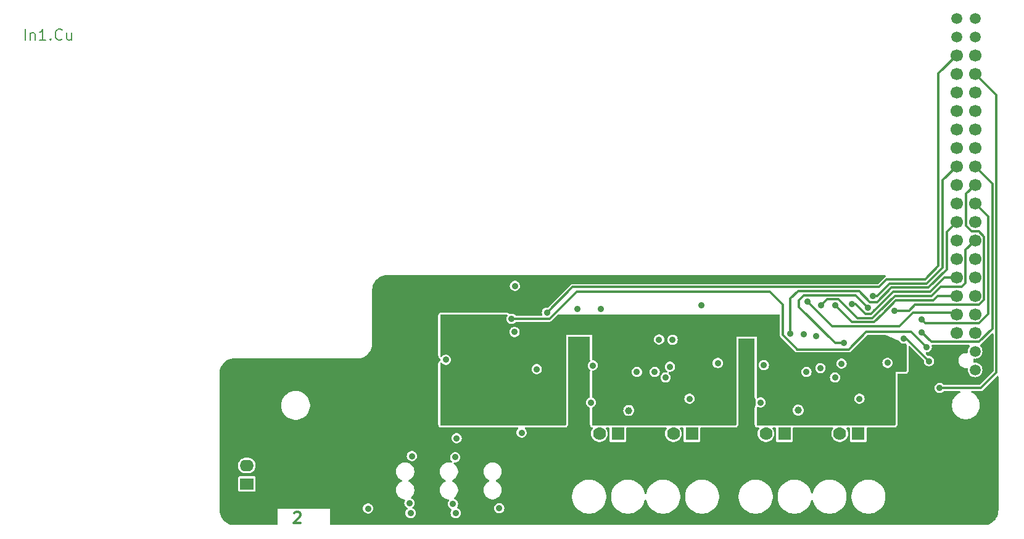
<source format=gbr>
%TF.GenerationSoftware,KiCad,Pcbnew,8.0.4-8.0.4-0~ubuntu22.04.1*%
%TF.CreationDate,2024-07-28T18:21:59-07:00*%
%TF.ProjectId,NX-IndicatorBoard,4e582d49-6e64-4696-9361-746f72426f61,2*%
%TF.SameCoordinates,Original*%
%TF.FileFunction,Copper,L2,Inr*%
%TF.FilePolarity,Positive*%
%FSLAX46Y46*%
G04 Gerber Fmt 4.6, Leading zero omitted, Abs format (unit mm)*
G04 Created by KiCad (PCBNEW 8.0.4-8.0.4-0~ubuntu22.04.1) date 2024-07-28 18:21:59*
%MOMM*%
%LPD*%
G01*
G04 APERTURE LIST*
%ADD10C,0.300000*%
%TA.AperFunction,NonConductor*%
%ADD11C,0.300000*%
%TD*%
%ADD12C,0.187500*%
%TA.AperFunction,NonConductor*%
%ADD13C,0.187500*%
%TD*%
%TA.AperFunction,ComponentPad*%
%ADD14C,1.000000*%
%TD*%
%TA.AperFunction,ComponentPad*%
%ADD15C,1.500000*%
%TD*%
%TA.AperFunction,ComponentPad*%
%ADD16C,1.700000*%
%TD*%
%TA.AperFunction,ComponentPad*%
%ADD17R,1.778000X1.778000*%
%TD*%
%TA.AperFunction,ComponentPad*%
%ADD18C,1.778000*%
%TD*%
%TA.AperFunction,ComponentPad*%
%ADD19R,1.905000X1.600200*%
%TD*%
%TA.AperFunction,ComponentPad*%
%ADD20O,1.905000X1.600200*%
%TD*%
%TA.AperFunction,ViaPad*%
%ADD21C,0.889000*%
%TD*%
%TA.AperFunction,Conductor*%
%ADD22C,0.304800*%
%TD*%
G04 APERTURE END LIST*
D10*
D11*
X65831562Y-123767285D02*
X65902990Y-123695857D01*
X65902990Y-123695857D02*
X66045848Y-123624428D01*
X66045848Y-123624428D02*
X66402990Y-123624428D01*
X66402990Y-123624428D02*
X66545848Y-123695857D01*
X66545848Y-123695857D02*
X66617276Y-123767285D01*
X66617276Y-123767285D02*
X66688705Y-123910142D01*
X66688705Y-123910142D02*
X66688705Y-124053000D01*
X66688705Y-124053000D02*
X66617276Y-124267285D01*
X66617276Y-124267285D02*
X65760133Y-125124428D01*
X65760133Y-125124428D02*
X66688705Y-125124428D01*
D12*
D13*
X28877697Y-58861678D02*
X28877697Y-57361678D01*
X29591983Y-57861678D02*
X29591983Y-58861678D01*
X29591983Y-58004535D02*
X29663412Y-57933107D01*
X29663412Y-57933107D02*
X29806269Y-57861678D01*
X29806269Y-57861678D02*
X30020555Y-57861678D01*
X30020555Y-57861678D02*
X30163412Y-57933107D01*
X30163412Y-57933107D02*
X30234841Y-58075964D01*
X30234841Y-58075964D02*
X30234841Y-58861678D01*
X31734841Y-58861678D02*
X30877698Y-58861678D01*
X31306269Y-58861678D02*
X31306269Y-57361678D01*
X31306269Y-57361678D02*
X31163412Y-57575964D01*
X31163412Y-57575964D02*
X31020555Y-57718821D01*
X31020555Y-57718821D02*
X30877698Y-57790250D01*
X32377697Y-58718821D02*
X32449126Y-58790250D01*
X32449126Y-58790250D02*
X32377697Y-58861678D01*
X32377697Y-58861678D02*
X32306269Y-58790250D01*
X32306269Y-58790250D02*
X32377697Y-58718821D01*
X32377697Y-58718821D02*
X32377697Y-58861678D01*
X33949126Y-58718821D02*
X33877698Y-58790250D01*
X33877698Y-58790250D02*
X33663412Y-58861678D01*
X33663412Y-58861678D02*
X33520555Y-58861678D01*
X33520555Y-58861678D02*
X33306269Y-58790250D01*
X33306269Y-58790250D02*
X33163412Y-58647392D01*
X33163412Y-58647392D02*
X33091983Y-58504535D01*
X33091983Y-58504535D02*
X33020555Y-58218821D01*
X33020555Y-58218821D02*
X33020555Y-58004535D01*
X33020555Y-58004535D02*
X33091983Y-57718821D01*
X33091983Y-57718821D02*
X33163412Y-57575964D01*
X33163412Y-57575964D02*
X33306269Y-57433107D01*
X33306269Y-57433107D02*
X33520555Y-57361678D01*
X33520555Y-57361678D02*
X33663412Y-57361678D01*
X33663412Y-57361678D02*
X33877698Y-57433107D01*
X33877698Y-57433107D02*
X33949126Y-57504535D01*
X35234841Y-57861678D02*
X35234841Y-58861678D01*
X34591983Y-57861678D02*
X34591983Y-58647392D01*
X34591983Y-58647392D02*
X34663412Y-58790250D01*
X34663412Y-58790250D02*
X34806269Y-58861678D01*
X34806269Y-58861678D02*
X35020555Y-58861678D01*
X35020555Y-58861678D02*
X35163412Y-58790250D01*
X35163412Y-58790250D02*
X35234841Y-58718821D01*
D14*
%TO.N,Net-(U3-CLKO{slash}SOF)*%
%TO.C,TP1*%
X111734600Y-109702600D03*
%TD*%
D15*
%TO.N,+3V3*%
%TO.C,J1*%
X159270000Y-104130000D03*
%TO.N,+5V*%
X156730000Y-104130000D03*
%TO.N,/I2C1_SDA*%
X159270000Y-101590000D03*
%TO.N,+5V*%
X156730000Y-101590000D03*
D16*
%TO.N,/I2C1_SCL*%
X159270000Y-99050000D03*
%TO.N,GND*%
X156730000Y-99050000D03*
%TO.N,/GPIO09*%
X159270000Y-96510000D03*
%TO.N,/UART1_TXD*%
X156730000Y-96510000D03*
%TO.N,GND*%
X159270000Y-93970000D03*
%TO.N,/UART1_RXD*%
X156730000Y-93970000D03*
%TO.N,/UART1_RTS*%
X159270000Y-91430000D03*
%TO.N,/I2S0_SCLK*%
X156730000Y-91430000D03*
%TO.N,/SPI1_SCK*%
X159270000Y-88890000D03*
%TO.N,GND*%
X156730000Y-88890000D03*
%TO.N,/GPIO12*%
X159270000Y-86350000D03*
%TO.N,/SPI1_CS1*%
X156730000Y-86350000D03*
%TO.N,+3V3*%
X159270000Y-83810000D03*
%TO.N,/SPI1_CS0*%
X156730000Y-83810000D03*
%TO.N,/SPI0_MOSI*%
X159270000Y-81270000D03*
%TO.N,GND*%
X156730000Y-81270000D03*
%TO.N,/SPI0_MISO*%
X159270000Y-78730000D03*
%TO.N,/SPI1_MISO*%
X156730000Y-78730000D03*
%TO.N,/SPI0_SCK*%
X159270000Y-76190000D03*
%TO.N,/SPI0_CS0*%
X156730000Y-76190000D03*
%TO.N,GND*%
X159270000Y-73650000D03*
%TO.N,/SPI0_CS1*%
X156730000Y-73650000D03*
%TO.N,/I2C0_SDA*%
X159270000Y-71110000D03*
%TO.N,/I2C0_SCL*%
X156730000Y-71110000D03*
%TO.N,/GPIO01*%
X159270000Y-68570000D03*
%TO.N,GND*%
X156730000Y-68570000D03*
%TO.N,/GPIO11*%
X159270000Y-66030000D03*
%TO.N,/GPIO07*%
X156730000Y-66030000D03*
%TO.N,/GPIO13*%
X159270000Y-63490000D03*
%TO.N,GND*%
X156730000Y-63490000D03*
%TO.N,/I2S0_FS*%
X159270000Y-60950000D03*
%TO.N,/UART1_CTS*%
X156730000Y-60950000D03*
D15*
%TO.N,/SPI1_MOSI*%
X159270000Y-58410000D03*
%TO.N,/I2S0_DIN*%
X156730000Y-58410000D03*
%TO.N,GND*%
X159270000Y-55870000D03*
%TO.N,/I2S0_DOUT*%
X156730000Y-55870000D03*
%TD*%
D17*
%TO.N,/CAN1_L*%
%TO.C,J2*%
X110236000Y-112903000D03*
D18*
%TO.N,/CAN1_H*%
X107696000Y-112903000D03*
%TD*%
D14*
%TO.N,Net-(U6-CLKO{slash}SOF)*%
%TO.C,TP2*%
X135001000Y-109677200D03*
%TD*%
D17*
%TO.N,/CAN2_L*%
%TO.C,J5*%
X143230600Y-112903000D03*
D18*
%TO.N,/CAN2_H*%
X140690600Y-112903000D03*
%TD*%
D17*
%TO.N,/CAN1_L*%
%TO.C,J3*%
X120396000Y-112903000D03*
D18*
%TO.N,/CAN1_H*%
X117856000Y-112903000D03*
%TD*%
D17*
%TO.N,/CAN2_L*%
%TO.C,J4*%
X133096000Y-112903000D03*
D18*
%TO.N,/CAN2_H*%
X130556000Y-112903000D03*
%TD*%
D19*
%TO.N,/NX_PC_LED-*%
%TO.C,J6*%
X59317800Y-119786400D03*
D20*
%TO.N,/NX_PC_LED+*%
X59317800Y-117246400D03*
%TD*%
D21*
%TO.N,+3V3*%
X88802464Y-106235475D03*
X123952000Y-107492800D03*
X144932400Y-101930200D03*
X102438200Y-105384600D03*
X125476000Y-105054400D03*
X131406900Y-101485700D03*
X147243800Y-107518200D03*
X149453600Y-102793800D03*
X144907000Y-106832400D03*
X149301200Y-101041200D03*
X147633249Y-100555421D03*
X86614000Y-103987600D03*
X121615200Y-101981000D03*
X108102402Y-101422202D03*
X121615200Y-106807000D03*
%TO.N,GND*%
X112852200Y-104419400D03*
X140055600Y-105181400D03*
X75946000Y-123164600D03*
X106553000Y-108610400D03*
X81965800Y-115976400D03*
X96062800Y-98933000D03*
X117398800Y-103708200D03*
X147243800Y-103174800D03*
X106807000Y-103530400D03*
X120065800Y-108102400D03*
X130276600Y-103479600D03*
X140944600Y-103276400D03*
X116789200Y-105181400D03*
X96113600Y-92608400D03*
X129819400Y-108610400D03*
X87909400Y-116128800D03*
X87985600Y-123799600D03*
X81788000Y-123799600D03*
X99110800Y-104038400D03*
X86614000Y-102743000D03*
X136121710Y-104414192D03*
X123952000Y-103200200D03*
X143408400Y-108102400D03*
%TO.N,+5V*%
X103987600Y-100253800D03*
X127254000Y-100304600D03*
%TO.N,Net-(D3-A)*%
X97028000Y-112750600D03*
%TO.N,Net-(D4-A)*%
X88112600Y-113512600D03*
%TO.N,Net-(D6-A)*%
X93954600Y-123139200D03*
%TO.N,Net-(D8-A)*%
X81635600Y-122428000D03*
%TO.N,Net-(D7-A)*%
X87604600Y-122555000D03*
%TO.N,/GPIO09*%
X149504400Y-99822000D03*
X115290600Y-104419400D03*
X152958800Y-102946200D03*
%TO.N,/UART1_TXD*%
X136245600Y-94717108D03*
%TO.N,/UART1_RXD*%
X140079414Y-95271844D03*
%TO.N,/UART1_RTS*%
X152628600Y-101015800D03*
X95656400Y-97129600D03*
%TO.N,/I2S0_SCLK*%
X104698802Y-95732601D03*
X107924601Y-95732601D03*
X142354299Y-95110299D03*
%TO.N,/GPIO12*%
X121691400Y-95250000D03*
X115900200Y-99974400D03*
X138125200Y-95250000D03*
%TO.N,/SPI0_MOSI*%
X151917400Y-97231200D03*
%TO.N,/SPI0_MISO*%
X148197566Y-96000568D03*
%TO.N,/SPI1_MISO*%
X135736323Y-99240001D03*
%TO.N,/SPI0_SCK*%
X151942800Y-98958400D03*
%TO.N,/SPI1_CS0*%
X133925566Y-99183827D03*
%TO.N,/GPIO01*%
X138049000Y-103885998D03*
%TO.N,/GPIO11*%
X144604107Y-95637116D03*
X141249400Y-100457000D03*
%TO.N,/GPIO07*%
X117754400Y-99999800D03*
%TO.N,/GPIO13*%
X154406600Y-106626850D03*
%TO.N,/UART1_CTS*%
X100507800Y-96282764D03*
%TO.N,/SPI1_MOSI*%
X137462896Y-99489896D03*
%TO.N,/SPI0_CS0*%
X145239104Y-93978096D03*
%TD*%
D22*
%TO.N,/GPIO09*%
X152958800Y-102946200D02*
X149834600Y-99822000D01*
X149834600Y-99822000D02*
X149504400Y-99822000D01*
%TO.N,/UART1_TXD*%
X156730000Y-96510000D02*
X156486000Y-96266000D01*
X148863956Y-98148160D02*
X139676652Y-98148160D01*
X139676652Y-98148160D02*
X136245600Y-94717108D01*
X150746116Y-96266000D02*
X148863956Y-98148160D01*
X156486000Y-96266000D02*
X150746116Y-96266000D01*
%TO.N,/UART1_RXD*%
X154111800Y-93970000D02*
X153496264Y-94585536D01*
X148414990Y-94585536D02*
X146561682Y-96438844D01*
X145414437Y-97593424D02*
X142400994Y-97593424D01*
X156730000Y-93970000D02*
X154111800Y-93970000D01*
X146561682Y-96446179D02*
X145414437Y-97593424D01*
X153496264Y-94585536D02*
X148414990Y-94585536D01*
X146561682Y-96438844D02*
X146561682Y-96446179D01*
X142400994Y-97593424D02*
X140079414Y-95271844D01*
%TO.N,/UART1_RTS*%
X150520400Y-98907600D02*
X144348200Y-98907600D01*
X132892800Y-95199200D02*
X131089400Y-93395800D01*
X152628600Y-101015800D02*
X150520400Y-98907600D01*
X134797800Y-101320600D02*
X134797800Y-101253668D01*
X95656400Y-97129600D02*
X95715836Y-97189036D01*
X104597200Y-93395800D02*
X100863400Y-97129600D01*
X141935200Y-101320600D02*
X134797800Y-101320600D01*
X134797800Y-101253668D02*
X132892800Y-99348668D01*
X100863400Y-97129600D02*
X95656400Y-97129600D01*
X132892800Y-99348668D02*
X132892800Y-95199200D01*
X144348200Y-98907600D02*
X141935200Y-101320600D01*
X131089400Y-93395800D02*
X104597200Y-93395800D01*
%TO.N,/I2S0_SCLK*%
X145450943Y-95987887D02*
X144954878Y-96483952D01*
X145450943Y-95984983D02*
X145450943Y-95987887D01*
X155054484Y-91430000D02*
X153088684Y-93395800D01*
X156730000Y-91430000D02*
X155054484Y-91430000D01*
X153088684Y-93395800D02*
X148035694Y-93395800D01*
X144253336Y-96483952D02*
X142879683Y-95110299D01*
X145452210Y-95979284D02*
X145452210Y-95983716D01*
X145452210Y-95983716D02*
X145450943Y-95984983D01*
X142879683Y-95110299D02*
X142354299Y-95110299D01*
X148035694Y-93395800D02*
X145452210Y-95979284D01*
X144954878Y-96483952D02*
X144253336Y-96483952D01*
%TO.N,/GPIO12*%
X145184658Y-97038688D02*
X146006946Y-96216400D01*
X148261410Y-93954600D02*
X153314400Y-93954600D01*
X140471401Y-94425008D02*
X143085081Y-97038688D01*
X157472336Y-92717664D02*
X157982336Y-92207664D01*
X157982336Y-92207664D02*
X157982336Y-87637664D01*
X143085081Y-97038688D02*
X145184658Y-97038688D01*
X154551336Y-92717664D02*
X157472336Y-92717664D01*
X146006946Y-96216400D02*
X146006946Y-96209064D01*
X146006946Y-96209064D02*
X148261410Y-93954600D01*
X157982336Y-87637664D02*
X159270000Y-86350000D01*
X138950192Y-94425008D02*
X140471401Y-94425008D01*
X138125200Y-95250000D02*
X138950192Y-94425008D01*
X153314400Y-93954600D02*
X154551336Y-92717664D01*
%TO.N,/SPI0_MOSI*%
X161086800Y-83086800D02*
X161086800Y-96464271D01*
X159270000Y-81270000D02*
X161086800Y-83086800D01*
X152448536Y-97762336D02*
X151917400Y-97231200D01*
X161086800Y-96464271D02*
X159788735Y-97762336D01*
X159788735Y-97762336D02*
X152448536Y-97762336D01*
%TO.N,/SPI0_MISO*%
X158017664Y-84364063D02*
X158751265Y-85097664D01*
X160522336Y-85831265D02*
X160522336Y-94524063D01*
X150227032Y-96000568D02*
X148197566Y-96000568D01*
X159788735Y-85097664D02*
X160522336Y-85831265D01*
X159824063Y-95222336D02*
X151005264Y-95222336D01*
X158751265Y-85097664D02*
X159788735Y-85097664D01*
X160522336Y-94524063D02*
X159824063Y-95222336D01*
X151005264Y-95222336D02*
X150227032Y-96000568D01*
X158017664Y-79982336D02*
X158017664Y-84364063D01*
X159270000Y-78730000D02*
X158017664Y-79982336D01*
%TO.N,/SPI0_SCK*%
X161645600Y-98501200D02*
X159844464Y-100302336D01*
X153286736Y-100302336D02*
X151942800Y-98958400D01*
X159270000Y-76190000D02*
X161645600Y-78565600D01*
X161645600Y-78565600D02*
X161645600Y-98501200D01*
X159844464Y-100302336D02*
X153286736Y-100302336D01*
%TO.N,/SPI1_CS0*%
X145820142Y-94826836D02*
X144850233Y-94826836D01*
X152858905Y-92841064D02*
X147805914Y-92841064D01*
X144850233Y-94826836D02*
X143338933Y-93315536D01*
X156730000Y-83810000D02*
X155371800Y-85168200D01*
X133925566Y-94344234D02*
X133925566Y-99183827D01*
X155371800Y-85168200D02*
X155371800Y-90328169D01*
X147805914Y-92841064D02*
X145820142Y-94826836D01*
X155371800Y-90328169D02*
X152858905Y-92841064D01*
X134954264Y-93315536D02*
X133925566Y-94344234D01*
X143338933Y-93315536D02*
X134954264Y-93315536D01*
%TO.N,/GPIO11*%
X140055600Y-100457000D02*
X135102600Y-95504000D01*
X141249400Y-100457000D02*
X140055600Y-100457000D01*
X135102600Y-94564200D02*
X135796528Y-93870272D01*
X135796528Y-93870272D02*
X142837263Y-93870272D01*
X135102600Y-95504000D02*
X135102600Y-94564200D01*
X142837263Y-93870272D02*
X144604107Y-95637116D01*
%TO.N,/GPIO13*%
X162204400Y-66424400D02*
X162204400Y-104470200D01*
X162204400Y-104470200D02*
X160047750Y-106626850D01*
X159270000Y-63490000D02*
X162204400Y-66424400D01*
X160047750Y-106626850D02*
X154406600Y-106626850D01*
%TO.N,/UART1_CTS*%
X147142200Y-91719400D02*
X146100800Y-92760800D01*
X156730000Y-60950000D02*
X154254200Y-63425800D01*
X154254200Y-63425800D02*
X154254200Y-89865200D01*
X104029764Y-92760800D02*
X100507800Y-96282764D01*
X154254200Y-89865200D02*
X152400000Y-91719400D01*
X146100800Y-92760800D02*
X104029764Y-92760800D01*
X152400000Y-91719400D02*
X147142200Y-91719400D01*
%TO.N,/SPI0_CS0*%
X154813000Y-90090916D02*
X152625716Y-92278200D01*
X152625716Y-92278200D02*
X147523200Y-92278200D01*
X145823304Y-93978096D02*
X145239104Y-93978096D01*
X147523200Y-92278200D02*
X145823304Y-93978096D01*
X154813000Y-78107000D02*
X154813000Y-90090916D01*
X156730000Y-76190000D02*
X154813000Y-78107000D01*
%TD*%
%TA.AperFunction,Conductor*%
%TO.N,+3V3*%
G36*
X95058605Y-96539685D02*
G01*
X95104360Y-96592489D01*
X95114304Y-96661647D01*
X95093616Y-96714440D01*
X95032920Y-96802371D01*
X95032920Y-96802372D01*
X94972727Y-96961086D01*
X94972726Y-96961091D01*
X94952266Y-97129600D01*
X94972726Y-97298108D01*
X94972727Y-97298113D01*
X95032303Y-97455199D01*
X95032920Y-97456827D01*
X95129348Y-97596527D01*
X95129350Y-97596529D01*
X95129352Y-97596531D01*
X95256404Y-97709090D01*
X95256406Y-97709091D01*
X95406711Y-97787977D01*
X95571526Y-97828600D01*
X95741274Y-97828600D01*
X95906089Y-97787977D01*
X96056394Y-97709091D01*
X96183452Y-97596527D01*
X96187917Y-97590059D01*
X96242200Y-97546069D01*
X96289966Y-97536500D01*
X100916967Y-97536500D01*
X100916970Y-97536500D01*
X101020458Y-97508770D01*
X101113243Y-97455201D01*
X102012125Y-96556319D01*
X102073448Y-96522834D01*
X102099806Y-96520000D01*
X132361900Y-96520000D01*
X132428939Y-96539685D01*
X132474694Y-96592489D01*
X132485900Y-96644000D01*
X132485900Y-99402235D01*
X132485899Y-99402235D01*
X132509388Y-99489896D01*
X132513630Y-99505726D01*
X132549138Y-99567229D01*
X132567198Y-99598509D01*
X132567200Y-99598512D01*
X134384991Y-101416303D01*
X134417084Y-101471888D01*
X134418630Y-101477657D01*
X134472199Y-101570442D01*
X134547958Y-101646201D01*
X134640743Y-101699770D01*
X134744231Y-101727500D01*
X134744234Y-101727500D01*
X141988767Y-101727500D01*
X141988770Y-101727500D01*
X142092258Y-101699770D01*
X142185043Y-101646201D01*
X144480425Y-99350819D01*
X144541748Y-99317334D01*
X144568106Y-99314500D01*
X146898619Y-99314500D01*
X146947836Y-99324686D01*
X147382133Y-99512490D01*
X148852381Y-100148273D01*
X148859488Y-100151346D01*
X148912320Y-100194718D01*
X148977046Y-100288490D01*
X148977349Y-100288928D01*
X148977352Y-100288931D01*
X149104404Y-100401490D01*
X149104406Y-100401491D01*
X149254711Y-100480377D01*
X149419526Y-100521000D01*
X149589276Y-100521000D01*
X149589276Y-100520999D01*
X149628361Y-100511366D01*
X149698164Y-100514434D01*
X149707252Y-100517947D01*
X149785218Y-100551661D01*
X149838936Y-100596337D01*
X149859975Y-100662964D01*
X149860000Y-100665475D01*
X149860000Y-104270000D01*
X149840315Y-104337039D01*
X149787511Y-104382794D01*
X149736000Y-104394000D01*
X148336000Y-104394000D01*
X148336000Y-111636000D01*
X148316315Y-111703039D01*
X148263511Y-111748794D01*
X148212000Y-111760000D01*
X144155835Y-111760000D01*
X144145656Y-111759500D01*
X142315536Y-111759500D01*
X142305377Y-111760000D01*
X140807688Y-111760000D01*
X140796872Y-111759500D01*
X140796561Y-111759500D01*
X140584639Y-111759500D01*
X140584328Y-111759500D01*
X140573512Y-111760000D01*
X134021235Y-111760000D01*
X134011056Y-111759500D01*
X132180936Y-111759500D01*
X132170777Y-111760000D01*
X130673088Y-111760000D01*
X130662272Y-111759500D01*
X130661961Y-111759500D01*
X130450039Y-111759500D01*
X130449728Y-111759500D01*
X130438912Y-111760000D01*
X129410000Y-111760000D01*
X129342961Y-111740315D01*
X129297206Y-111687511D01*
X129286000Y-111636000D01*
X129286000Y-109677197D01*
X134241726Y-109677197D01*
X134241726Y-109677202D01*
X134260761Y-109846151D01*
X134303437Y-109968112D01*
X134316918Y-110006637D01*
X134407376Y-110150600D01*
X134527600Y-110270824D01*
X134671563Y-110361282D01*
X134793521Y-110403956D01*
X134832048Y-110417438D01*
X135000997Y-110436474D01*
X135001000Y-110436474D01*
X135001003Y-110436474D01*
X135169951Y-110417438D01*
X135169954Y-110417437D01*
X135330437Y-110361282D01*
X135474400Y-110270824D01*
X135594624Y-110150600D01*
X135685082Y-110006637D01*
X135741237Y-109846154D01*
X135741237Y-109846153D01*
X135741238Y-109846151D01*
X135760274Y-109677202D01*
X135760274Y-109677197D01*
X135741238Y-109508248D01*
X135702018Y-109396164D01*
X135685082Y-109347763D01*
X135594624Y-109203800D01*
X135474400Y-109083576D01*
X135464450Y-109077324D01*
X135330439Y-108993119D01*
X135330438Y-108993118D01*
X135330437Y-108993118D01*
X135291912Y-108979637D01*
X135169951Y-108936961D01*
X135001003Y-108917926D01*
X135000997Y-108917926D01*
X134832048Y-108936961D01*
X134671560Y-108993119D01*
X134527599Y-109083576D01*
X134407376Y-109203799D01*
X134316919Y-109347760D01*
X134260761Y-109508248D01*
X134241726Y-109677197D01*
X129286000Y-109677197D01*
X129286000Y-109324995D01*
X129305685Y-109257956D01*
X129358489Y-109212201D01*
X129427647Y-109202257D01*
X129467623Y-109215197D01*
X129569711Y-109268777D01*
X129734526Y-109309400D01*
X129904274Y-109309400D01*
X130069089Y-109268777D01*
X130219394Y-109189891D01*
X130346452Y-109077327D01*
X130442880Y-108937627D01*
X130503073Y-108778910D01*
X130523534Y-108610400D01*
X130503073Y-108441890D01*
X130503072Y-108441888D01*
X130503072Y-108441886D01*
X130475720Y-108369766D01*
X130442880Y-108283173D01*
X130346452Y-108143473D01*
X130346449Y-108143470D01*
X130346447Y-108143468D01*
X130300091Y-108102400D01*
X142704266Y-108102400D01*
X142724726Y-108270908D01*
X142724727Y-108270913D01*
X142784920Y-108429627D01*
X142881348Y-108569327D01*
X142881350Y-108569329D01*
X142881352Y-108569331D01*
X143008404Y-108681890D01*
X143008406Y-108681891D01*
X143158711Y-108760777D01*
X143323526Y-108801400D01*
X143493274Y-108801400D01*
X143658089Y-108760777D01*
X143808394Y-108681891D01*
X143935452Y-108569327D01*
X144031880Y-108429627D01*
X144092073Y-108270910D01*
X144112534Y-108102400D01*
X144092073Y-107933890D01*
X144092072Y-107933888D01*
X144092072Y-107933886D01*
X144050638Y-107824634D01*
X144031880Y-107775173D01*
X143935452Y-107635473D01*
X143935449Y-107635470D01*
X143935447Y-107635468D01*
X143808395Y-107522909D01*
X143658087Y-107444022D01*
X143493274Y-107403400D01*
X143323526Y-107403400D01*
X143158712Y-107444022D01*
X143008404Y-107522909D01*
X142881352Y-107635468D01*
X142881346Y-107635475D01*
X142784921Y-107775171D01*
X142784920Y-107775172D01*
X142724727Y-107933886D01*
X142724726Y-107933891D01*
X142704266Y-108102400D01*
X130300091Y-108102400D01*
X130219395Y-108030909D01*
X130069087Y-107952022D01*
X129904274Y-107911400D01*
X129734526Y-107911400D01*
X129569712Y-107952022D01*
X129467625Y-108005601D01*
X129399116Y-108019325D01*
X129334063Y-107993833D01*
X129293120Y-107937216D01*
X129286000Y-107895804D01*
X129286000Y-105181400D01*
X139351466Y-105181400D01*
X139371926Y-105349908D01*
X139371927Y-105349913D01*
X139432120Y-105508627D01*
X139528548Y-105648327D01*
X139528550Y-105648329D01*
X139528552Y-105648331D01*
X139655604Y-105760890D01*
X139655606Y-105760891D01*
X139805911Y-105839777D01*
X139970726Y-105880400D01*
X140140474Y-105880400D01*
X140305289Y-105839777D01*
X140455594Y-105760891D01*
X140582652Y-105648327D01*
X140679080Y-105508627D01*
X140739273Y-105349910D01*
X140759734Y-105181400D01*
X140739273Y-105012890D01*
X140739272Y-105012888D01*
X140739272Y-105012886D01*
X140711920Y-104940766D01*
X140679080Y-104854173D01*
X140582652Y-104714473D01*
X140582649Y-104714470D01*
X140582647Y-104714468D01*
X140455595Y-104601909D01*
X140305287Y-104523022D01*
X140140474Y-104482400D01*
X139970726Y-104482400D01*
X139805912Y-104523022D01*
X139655604Y-104601909D01*
X139528552Y-104714468D01*
X139528546Y-104714475D01*
X139432121Y-104854171D01*
X139432120Y-104854172D01*
X139371927Y-105012886D01*
X139371926Y-105012891D01*
X139351466Y-105181400D01*
X129286000Y-105181400D01*
X129286000Y-104414192D01*
X135417576Y-104414192D01*
X135438036Y-104582700D01*
X135438037Y-104582705D01*
X135496706Y-104737400D01*
X135498230Y-104741419D01*
X135594658Y-104881119D01*
X135594660Y-104881121D01*
X135594662Y-104881123D01*
X135721714Y-104993682D01*
X135721716Y-104993683D01*
X135872021Y-105072569D01*
X136036836Y-105113192D01*
X136206584Y-105113192D01*
X136371399Y-105072569D01*
X136521704Y-104993683D01*
X136648762Y-104881119D01*
X136745190Y-104741419D01*
X136805383Y-104582702D01*
X136825844Y-104414192D01*
X136805383Y-104245682D01*
X136805382Y-104245680D01*
X136805382Y-104245678D01*
X136764536Y-104137977D01*
X136745190Y-104086965D01*
X136648762Y-103947265D01*
X136648759Y-103947262D01*
X136648757Y-103947260D01*
X136579607Y-103885998D01*
X137344866Y-103885998D01*
X137365326Y-104054506D01*
X137365327Y-104054511D01*
X137416248Y-104188777D01*
X137425520Y-104213225D01*
X137521948Y-104352925D01*
X137521950Y-104352927D01*
X137521952Y-104352929D01*
X137649004Y-104465488D01*
X137649006Y-104465489D01*
X137799311Y-104544375D01*
X137964126Y-104584998D01*
X138133874Y-104584998D01*
X138298689Y-104544375D01*
X138448994Y-104465489D01*
X138576052Y-104352925D01*
X138672480Y-104213225D01*
X138732673Y-104054508D01*
X138753134Y-103885998D01*
X138732673Y-103717488D01*
X138732672Y-103717486D01*
X138732672Y-103717484D01*
X138689492Y-103603628D01*
X138672480Y-103558771D01*
X138576052Y-103419071D01*
X138576049Y-103419068D01*
X138576047Y-103419066D01*
X138448995Y-103306507D01*
X138391630Y-103276400D01*
X140240466Y-103276400D01*
X140260926Y-103444908D01*
X140260927Y-103444913D01*
X140308926Y-103571475D01*
X140321120Y-103603627D01*
X140417548Y-103743327D01*
X140417550Y-103743329D01*
X140417552Y-103743331D01*
X140544604Y-103855890D01*
X140544606Y-103855891D01*
X140694911Y-103934777D01*
X140859726Y-103975400D01*
X141029474Y-103975400D01*
X141194289Y-103934777D01*
X141344594Y-103855891D01*
X141471652Y-103743327D01*
X141568080Y-103603627D01*
X141628273Y-103444910D01*
X141648734Y-103276400D01*
X141636397Y-103174800D01*
X146539666Y-103174800D01*
X146560126Y-103343308D01*
X146560127Y-103343313D01*
X146620320Y-103502027D01*
X146716748Y-103641727D01*
X146716750Y-103641729D01*
X146716752Y-103641731D01*
X146843804Y-103754290D01*
X146843806Y-103754291D01*
X146994111Y-103833177D01*
X147158926Y-103873800D01*
X147328674Y-103873800D01*
X147493489Y-103833177D01*
X147643794Y-103754291D01*
X147770852Y-103641727D01*
X147867280Y-103502027D01*
X147927473Y-103343310D01*
X147947934Y-103174800D01*
X147927473Y-103006290D01*
X147927472Y-103006288D01*
X147927472Y-103006286D01*
X147887204Y-102900109D01*
X147867280Y-102847573D01*
X147770852Y-102707873D01*
X147770849Y-102707870D01*
X147770847Y-102707868D01*
X147643795Y-102595309D01*
X147493487Y-102516422D01*
X147328674Y-102475800D01*
X147158926Y-102475800D01*
X146994112Y-102516422D01*
X146843804Y-102595309D01*
X146716752Y-102707868D01*
X146716746Y-102707875D01*
X146620321Y-102847571D01*
X146620320Y-102847572D01*
X146560127Y-103006286D01*
X146560126Y-103006291D01*
X146539666Y-103174800D01*
X141636397Y-103174800D01*
X141628273Y-103107890D01*
X141628272Y-103107888D01*
X141628272Y-103107886D01*
X141568738Y-102950909D01*
X141568080Y-102949173D01*
X141471652Y-102809473D01*
X141471649Y-102809470D01*
X141471647Y-102809468D01*
X141344595Y-102696909D01*
X141194287Y-102618022D01*
X141029474Y-102577400D01*
X140859726Y-102577400D01*
X140694912Y-102618022D01*
X140544604Y-102696909D01*
X140417552Y-102809468D01*
X140417546Y-102809475D01*
X140321121Y-102949171D01*
X140321120Y-102949172D01*
X140260927Y-103107886D01*
X140260926Y-103107891D01*
X140240466Y-103276400D01*
X138391630Y-103276400D01*
X138298687Y-103227620D01*
X138133874Y-103186998D01*
X137964126Y-103186998D01*
X137799312Y-103227620D01*
X137649004Y-103306507D01*
X137521952Y-103419066D01*
X137521946Y-103419073D01*
X137425521Y-103558769D01*
X137425520Y-103558770D01*
X137365327Y-103717484D01*
X137365326Y-103717489D01*
X137344866Y-103885998D01*
X136579607Y-103885998D01*
X136521705Y-103834701D01*
X136371397Y-103755814D01*
X136206584Y-103715192D01*
X136036836Y-103715192D01*
X135872022Y-103755814D01*
X135721714Y-103834701D01*
X135594662Y-103947260D01*
X135594656Y-103947267D01*
X135498231Y-104086963D01*
X135498230Y-104086964D01*
X135438037Y-104245678D01*
X135438036Y-104245683D01*
X135417576Y-104414192D01*
X129286000Y-104414192D01*
X129286000Y-103479600D01*
X129572466Y-103479600D01*
X129592926Y-103648108D01*
X129592927Y-103648113D01*
X129635749Y-103761023D01*
X129653120Y-103806827D01*
X129749548Y-103946527D01*
X129749550Y-103946529D01*
X129749552Y-103946531D01*
X129876604Y-104059090D01*
X129876606Y-104059091D01*
X130026911Y-104137977D01*
X130191726Y-104178600D01*
X130361474Y-104178600D01*
X130526289Y-104137977D01*
X130676594Y-104059091D01*
X130803652Y-103946527D01*
X130900080Y-103806827D01*
X130960273Y-103648110D01*
X130980734Y-103479600D01*
X130960273Y-103311090D01*
X130960272Y-103311088D01*
X130960272Y-103311086D01*
X130919345Y-103203171D01*
X130900080Y-103152373D01*
X130803652Y-103012673D01*
X130803649Y-103012670D01*
X130803647Y-103012668D01*
X130676595Y-102900109D01*
X130526287Y-102821222D01*
X130361474Y-102780600D01*
X130191726Y-102780600D01*
X130026912Y-102821222D01*
X129876604Y-102900109D01*
X129749552Y-103012668D01*
X129749546Y-103012675D01*
X129653121Y-103152371D01*
X129653120Y-103152372D01*
X129592927Y-103311086D01*
X129592926Y-103311091D01*
X129572466Y-103479600D01*
X129286000Y-103479600D01*
X129286000Y-99568000D01*
X126492000Y-99568000D01*
X126492000Y-111636000D01*
X126472315Y-111703039D01*
X126419511Y-111748794D01*
X126368000Y-111760000D01*
X121321235Y-111760000D01*
X121311056Y-111759500D01*
X119480936Y-111759500D01*
X119470777Y-111760000D01*
X117973088Y-111760000D01*
X117962272Y-111759500D01*
X117961961Y-111759500D01*
X117750039Y-111759500D01*
X117749728Y-111759500D01*
X117738912Y-111760000D01*
X111161235Y-111760000D01*
X111151056Y-111759500D01*
X109320936Y-111759500D01*
X109310777Y-111760000D01*
X107813088Y-111760000D01*
X107802272Y-111759500D01*
X107801961Y-111759500D01*
X107590039Y-111759500D01*
X107589728Y-111759500D01*
X107578912Y-111760000D01*
X106804000Y-111760000D01*
X106736961Y-111740315D01*
X106691206Y-111687511D01*
X106680000Y-111636000D01*
X106680000Y-109702597D01*
X110975326Y-109702597D01*
X110975326Y-109702602D01*
X110994361Y-109871551D01*
X111037037Y-109993512D01*
X111050518Y-110032037D01*
X111140976Y-110176000D01*
X111261200Y-110296224D01*
X111405163Y-110386682D01*
X111527121Y-110429356D01*
X111565648Y-110442838D01*
X111734597Y-110461874D01*
X111734600Y-110461874D01*
X111734603Y-110461874D01*
X111903551Y-110442838D01*
X111903554Y-110442837D01*
X112064037Y-110386682D01*
X112208000Y-110296224D01*
X112328224Y-110176000D01*
X112418682Y-110032037D01*
X112474837Y-109871554D01*
X112474837Y-109871553D01*
X112474838Y-109871551D01*
X112493874Y-109702602D01*
X112493874Y-109702597D01*
X112474838Y-109533648D01*
X112426730Y-109396164D01*
X112418682Y-109373163D01*
X112328224Y-109229200D01*
X112208000Y-109108976D01*
X112064037Y-109018518D01*
X112025512Y-109005037D01*
X111903551Y-108962361D01*
X111734603Y-108943326D01*
X111734597Y-108943326D01*
X111565648Y-108962361D01*
X111405160Y-109018519D01*
X111261199Y-109108976D01*
X111140976Y-109229199D01*
X111050519Y-109373160D01*
X110994361Y-109533648D01*
X110975326Y-109702597D01*
X106680000Y-109702597D01*
X106680000Y-109396164D01*
X106699685Y-109329125D01*
X106752489Y-109283370D01*
X106774315Y-109275770D01*
X106802689Y-109268777D01*
X106952994Y-109189891D01*
X107080052Y-109077327D01*
X107176480Y-108937627D01*
X107236673Y-108778910D01*
X107257134Y-108610400D01*
X107236673Y-108441890D01*
X107236672Y-108441888D01*
X107236672Y-108441886D01*
X107209320Y-108369766D01*
X107176480Y-108283173D01*
X107080052Y-108143473D01*
X107080049Y-108143470D01*
X107080047Y-108143468D01*
X107033691Y-108102400D01*
X119361666Y-108102400D01*
X119382126Y-108270908D01*
X119382127Y-108270913D01*
X119442320Y-108429627D01*
X119538748Y-108569327D01*
X119538750Y-108569329D01*
X119538752Y-108569331D01*
X119665804Y-108681890D01*
X119665806Y-108681891D01*
X119816111Y-108760777D01*
X119980926Y-108801400D01*
X120150674Y-108801400D01*
X120315489Y-108760777D01*
X120465794Y-108681891D01*
X120592852Y-108569327D01*
X120689280Y-108429627D01*
X120749473Y-108270910D01*
X120769934Y-108102400D01*
X120749473Y-107933890D01*
X120749472Y-107933888D01*
X120749472Y-107933886D01*
X120708038Y-107824634D01*
X120689280Y-107775173D01*
X120592852Y-107635473D01*
X120592849Y-107635470D01*
X120592847Y-107635468D01*
X120465795Y-107522909D01*
X120315487Y-107444022D01*
X120150674Y-107403400D01*
X119980926Y-107403400D01*
X119816112Y-107444022D01*
X119665804Y-107522909D01*
X119538752Y-107635468D01*
X119538746Y-107635475D01*
X119442321Y-107775171D01*
X119442320Y-107775172D01*
X119382127Y-107933886D01*
X119382126Y-107933891D01*
X119361666Y-108102400D01*
X107033691Y-108102400D01*
X106952995Y-108030909D01*
X106802685Y-107952021D01*
X106774322Y-107945030D01*
X106713942Y-107909873D01*
X106682155Y-107847653D01*
X106680000Y-107824634D01*
X106680000Y-105181400D01*
X116085066Y-105181400D01*
X116105526Y-105349908D01*
X116105527Y-105349913D01*
X116165720Y-105508627D01*
X116262148Y-105648327D01*
X116262150Y-105648329D01*
X116262152Y-105648331D01*
X116389204Y-105760890D01*
X116389206Y-105760891D01*
X116539511Y-105839777D01*
X116704326Y-105880400D01*
X116874074Y-105880400D01*
X117038889Y-105839777D01*
X117189194Y-105760891D01*
X117316252Y-105648327D01*
X117412680Y-105508627D01*
X117472873Y-105349910D01*
X117493334Y-105181400D01*
X117472873Y-105012890D01*
X117472872Y-105012888D01*
X117472872Y-105012886D01*
X117445520Y-104940766D01*
X117412680Y-104854173D01*
X117316252Y-104714473D01*
X117316249Y-104714470D01*
X117316247Y-104714468D01*
X117212550Y-104622600D01*
X117175423Y-104563410D01*
X117176191Y-104493545D01*
X117214609Y-104435186D01*
X117278480Y-104406861D01*
X117309731Y-104406690D01*
X117313923Y-104407199D01*
X117313926Y-104407200D01*
X117313929Y-104407200D01*
X117483674Y-104407200D01*
X117648489Y-104366577D01*
X117798794Y-104287691D01*
X117925852Y-104175127D01*
X118022280Y-104035427D01*
X118082473Y-103876710D01*
X118102934Y-103708200D01*
X118082473Y-103539690D01*
X118082472Y-103539688D01*
X118082472Y-103539686D01*
X118036729Y-103419073D01*
X118022280Y-103380973D01*
X117925852Y-103241273D01*
X117925849Y-103241270D01*
X117925847Y-103241268D01*
X117879491Y-103200200D01*
X123247866Y-103200200D01*
X123268326Y-103368708D01*
X123268327Y-103368713D01*
X123318887Y-103502027D01*
X123328520Y-103527427D01*
X123424948Y-103667127D01*
X123424950Y-103667129D01*
X123424952Y-103667131D01*
X123552004Y-103779690D01*
X123552006Y-103779691D01*
X123702311Y-103858577D01*
X123867126Y-103899200D01*
X124036874Y-103899200D01*
X124201689Y-103858577D01*
X124351994Y-103779691D01*
X124479052Y-103667127D01*
X124575480Y-103527427D01*
X124635673Y-103368710D01*
X124656134Y-103200200D01*
X124635673Y-103031690D01*
X124635672Y-103031688D01*
X124635672Y-103031686D01*
X124585771Y-102900109D01*
X124575480Y-102872973D01*
X124479052Y-102733273D01*
X124479049Y-102733270D01*
X124479047Y-102733268D01*
X124351995Y-102620709D01*
X124201687Y-102541822D01*
X124036874Y-102501200D01*
X123867126Y-102501200D01*
X123702312Y-102541822D01*
X123552004Y-102620709D01*
X123424952Y-102733268D01*
X123424946Y-102733275D01*
X123328521Y-102872971D01*
X123328520Y-102872972D01*
X123268327Y-103031686D01*
X123268326Y-103031691D01*
X123247866Y-103200200D01*
X117879491Y-103200200D01*
X117798795Y-103128709D01*
X117648487Y-103049822D01*
X117483674Y-103009200D01*
X117313926Y-103009200D01*
X117149112Y-103049822D01*
X116998804Y-103128709D01*
X116871752Y-103241268D01*
X116871746Y-103241275D01*
X116775321Y-103380971D01*
X116775320Y-103380972D01*
X116715127Y-103539686D01*
X116715126Y-103539691D01*
X116694666Y-103708200D01*
X116715126Y-103876708D01*
X116715127Y-103876713D01*
X116760872Y-103997331D01*
X116775320Y-104035427D01*
X116871748Y-104175127D01*
X116871750Y-104175129D01*
X116871752Y-104175131D01*
X116975449Y-104266999D01*
X117012576Y-104326188D01*
X117011808Y-104396054D01*
X116973390Y-104454413D01*
X116909519Y-104482738D01*
X116878278Y-104482910D01*
X116874077Y-104482400D01*
X116874074Y-104482400D01*
X116704326Y-104482400D01*
X116539512Y-104523022D01*
X116389204Y-104601909D01*
X116262152Y-104714468D01*
X116262146Y-104714475D01*
X116165721Y-104854171D01*
X116165720Y-104854172D01*
X116105527Y-105012886D01*
X116105526Y-105012891D01*
X116085066Y-105181400D01*
X106680000Y-105181400D01*
X106680000Y-104419400D01*
X112148066Y-104419400D01*
X112168526Y-104587908D01*
X112168527Y-104587913D01*
X112216526Y-104714475D01*
X112228720Y-104746627D01*
X112325148Y-104886327D01*
X112325150Y-104886329D01*
X112325152Y-104886331D01*
X112452204Y-104998890D01*
X112452206Y-104998891D01*
X112602511Y-105077777D01*
X112767326Y-105118400D01*
X112937074Y-105118400D01*
X113101889Y-105077777D01*
X113252194Y-104998891D01*
X113379252Y-104886327D01*
X113475680Y-104746627D01*
X113535873Y-104587910D01*
X113556334Y-104419400D01*
X114586466Y-104419400D01*
X114606926Y-104587908D01*
X114606927Y-104587913D01*
X114654926Y-104714475D01*
X114667120Y-104746627D01*
X114763548Y-104886327D01*
X114763550Y-104886329D01*
X114763552Y-104886331D01*
X114890604Y-104998890D01*
X114890606Y-104998891D01*
X115040911Y-105077777D01*
X115205726Y-105118400D01*
X115375474Y-105118400D01*
X115540289Y-105077777D01*
X115690594Y-104998891D01*
X115817652Y-104886327D01*
X115914080Y-104746627D01*
X115974273Y-104587910D01*
X115994734Y-104419400D01*
X115974273Y-104250890D01*
X115974272Y-104250888D01*
X115974272Y-104250886D01*
X115931451Y-104137977D01*
X115914080Y-104092173D01*
X115817652Y-103952473D01*
X115817649Y-103952470D01*
X115817647Y-103952468D01*
X115690595Y-103839909D01*
X115540287Y-103761022D01*
X115375474Y-103720400D01*
X115205726Y-103720400D01*
X115040912Y-103761022D01*
X114890604Y-103839909D01*
X114763552Y-103952468D01*
X114763546Y-103952475D01*
X114667121Y-104092171D01*
X114667120Y-104092172D01*
X114606927Y-104250886D01*
X114606926Y-104250891D01*
X114586466Y-104419400D01*
X113556334Y-104419400D01*
X113535873Y-104250890D01*
X113535872Y-104250888D01*
X113535872Y-104250886D01*
X113493051Y-104137977D01*
X113475680Y-104092173D01*
X113379252Y-103952473D01*
X113379249Y-103952470D01*
X113379247Y-103952468D01*
X113252195Y-103839909D01*
X113101887Y-103761022D01*
X112937074Y-103720400D01*
X112767326Y-103720400D01*
X112602512Y-103761022D01*
X112452204Y-103839909D01*
X112325152Y-103952468D01*
X112325146Y-103952475D01*
X112228721Y-104092171D01*
X112228720Y-104092172D01*
X112168527Y-104250886D01*
X112168526Y-104250891D01*
X112148066Y-104419400D01*
X106680000Y-104419400D01*
X106680000Y-104353400D01*
X106699685Y-104286361D01*
X106752489Y-104240606D01*
X106804000Y-104229400D01*
X106891874Y-104229400D01*
X107056689Y-104188777D01*
X107206994Y-104109891D01*
X107334052Y-103997327D01*
X107430480Y-103857627D01*
X107490673Y-103698910D01*
X107511134Y-103530400D01*
X107490673Y-103361890D01*
X107490672Y-103361888D01*
X107490672Y-103361886D01*
X107444927Y-103241268D01*
X107430480Y-103203173D01*
X107334052Y-103063473D01*
X107334049Y-103063470D01*
X107334047Y-103063468D01*
X107206995Y-102950909D01*
X107056687Y-102872022D01*
X106891874Y-102831400D01*
X106804000Y-102831400D01*
X106736961Y-102811715D01*
X106691206Y-102758911D01*
X106680000Y-102707400D01*
X106680000Y-99974400D01*
X115196066Y-99974400D01*
X115216526Y-100142908D01*
X115216527Y-100142913D01*
X115271904Y-100288928D01*
X115276720Y-100301627D01*
X115373148Y-100441327D01*
X115373150Y-100441329D01*
X115373152Y-100441331D01*
X115500204Y-100553890D01*
X115500206Y-100553891D01*
X115650511Y-100632777D01*
X115815326Y-100673400D01*
X115985074Y-100673400D01*
X116149889Y-100632777D01*
X116300194Y-100553891D01*
X116427252Y-100441327D01*
X116523680Y-100301627D01*
X116583873Y-100142910D01*
X116601250Y-99999800D01*
X117050266Y-99999800D01*
X117070726Y-100168308D01*
X117070727Y-100168313D01*
X117130920Y-100327027D01*
X117227348Y-100466727D01*
X117227350Y-100466729D01*
X117227352Y-100466731D01*
X117354404Y-100579290D01*
X117354406Y-100579291D01*
X117504711Y-100658177D01*
X117669526Y-100698800D01*
X117839274Y-100698800D01*
X118004089Y-100658177D01*
X118154394Y-100579291D01*
X118281452Y-100466727D01*
X118377880Y-100327027D01*
X118438073Y-100168310D01*
X118458534Y-99999800D01*
X118438073Y-99831290D01*
X118438072Y-99831288D01*
X118438072Y-99831286D01*
X118397804Y-99725109D01*
X118377880Y-99672573D01*
X118281452Y-99532873D01*
X118281449Y-99532870D01*
X118281447Y-99532868D01*
X118154395Y-99420309D01*
X118004087Y-99341422D01*
X117839274Y-99300800D01*
X117669526Y-99300800D01*
X117504712Y-99341422D01*
X117354404Y-99420309D01*
X117227352Y-99532868D01*
X117227346Y-99532875D01*
X117130921Y-99672571D01*
X117130920Y-99672572D01*
X117070727Y-99831286D01*
X117070726Y-99831291D01*
X117050266Y-99999800D01*
X116601250Y-99999800D01*
X116604334Y-99974400D01*
X116583873Y-99805890D01*
X116583872Y-99805888D01*
X116583872Y-99805886D01*
X116533971Y-99674309D01*
X116523680Y-99647173D01*
X116427252Y-99507473D01*
X116427249Y-99507470D01*
X116427247Y-99507468D01*
X116300195Y-99394909D01*
X116149887Y-99316022D01*
X115985074Y-99275400D01*
X115815326Y-99275400D01*
X115650512Y-99316022D01*
X115500204Y-99394909D01*
X115373152Y-99507468D01*
X115373146Y-99507475D01*
X115276721Y-99647171D01*
X115276720Y-99647172D01*
X115216527Y-99805886D01*
X115216526Y-99805891D01*
X115196066Y-99974400D01*
X106680000Y-99974400D01*
X106680000Y-99314000D01*
X103124000Y-99314000D01*
X103124000Y-111636000D01*
X103104315Y-111703039D01*
X103051511Y-111748794D01*
X103000000Y-111760000D01*
X85976000Y-111760000D01*
X85908961Y-111740315D01*
X85863206Y-111687511D01*
X85852000Y-111636000D01*
X85852000Y-104038400D01*
X98406666Y-104038400D01*
X98427126Y-104206908D01*
X98427127Y-104206913D01*
X98472363Y-104326188D01*
X98487320Y-104365627D01*
X98583748Y-104505327D01*
X98583750Y-104505329D01*
X98583752Y-104505331D01*
X98710804Y-104617890D01*
X98710806Y-104617891D01*
X98861111Y-104696777D01*
X99025926Y-104737400D01*
X99195674Y-104737400D01*
X99360489Y-104696777D01*
X99510794Y-104617891D01*
X99637852Y-104505327D01*
X99734280Y-104365627D01*
X99794473Y-104206910D01*
X99814934Y-104038400D01*
X99794473Y-103869890D01*
X99794472Y-103869888D01*
X99794472Y-103869886D01*
X99750632Y-103754290D01*
X99734280Y-103711173D01*
X99637852Y-103571473D01*
X99637849Y-103571470D01*
X99637847Y-103571468D01*
X99510795Y-103458909D01*
X99360487Y-103380022D01*
X99195674Y-103339400D01*
X99025926Y-103339400D01*
X98861112Y-103380022D01*
X98710804Y-103458909D01*
X98583752Y-103571468D01*
X98583746Y-103571475D01*
X98487321Y-103711171D01*
X98487320Y-103711172D01*
X98427127Y-103869886D01*
X98427126Y-103869891D01*
X98406666Y-104038400D01*
X85852000Y-104038400D01*
X85852000Y-103267475D01*
X85871685Y-103200436D01*
X85924489Y-103154681D01*
X85993647Y-103144737D01*
X86057203Y-103173762D01*
X86078046Y-103197030D01*
X86086948Y-103209927D01*
X86086949Y-103209928D01*
X86086950Y-103209929D01*
X86086952Y-103209931D01*
X86214004Y-103322490D01*
X86214006Y-103322491D01*
X86364311Y-103401377D01*
X86529126Y-103442000D01*
X86698874Y-103442000D01*
X86863689Y-103401377D01*
X87013994Y-103322491D01*
X87141052Y-103209927D01*
X87237480Y-103070227D01*
X87297673Y-102911510D01*
X87318134Y-102743000D01*
X87297673Y-102574490D01*
X87297672Y-102574488D01*
X87297672Y-102574486D01*
X87260245Y-102475800D01*
X87237480Y-102415773D01*
X87141052Y-102276073D01*
X87141049Y-102276070D01*
X87141047Y-102276068D01*
X87013995Y-102163509D01*
X86863687Y-102084622D01*
X86698874Y-102044000D01*
X86529126Y-102044000D01*
X86364312Y-102084622D01*
X86214004Y-102163509D01*
X86086952Y-102276068D01*
X86086946Y-102276075D01*
X86078050Y-102288964D01*
X86023767Y-102332954D01*
X85954318Y-102340614D01*
X85891753Y-102309510D01*
X85855936Y-102249520D01*
X85852000Y-102218524D01*
X85852000Y-98933000D01*
X95358666Y-98933000D01*
X95379126Y-99101508D01*
X95379127Y-99101513D01*
X95431649Y-99240001D01*
X95439320Y-99260227D01*
X95535748Y-99399927D01*
X95535750Y-99399929D01*
X95535752Y-99399931D01*
X95662804Y-99512490D01*
X95662806Y-99512491D01*
X95813111Y-99591377D01*
X95977926Y-99632000D01*
X96147674Y-99632000D01*
X96312489Y-99591377D01*
X96462794Y-99512491D01*
X96589852Y-99399927D01*
X96686280Y-99260227D01*
X96746473Y-99101510D01*
X96766934Y-98933000D01*
X96746473Y-98764490D01*
X96746472Y-98764488D01*
X96746472Y-98764486D01*
X96702090Y-98647461D01*
X96686280Y-98605773D01*
X96589852Y-98466073D01*
X96589849Y-98466070D01*
X96589847Y-98466068D01*
X96462795Y-98353509D01*
X96312487Y-98274622D01*
X96147674Y-98234000D01*
X95977926Y-98234000D01*
X95813112Y-98274622D01*
X95662804Y-98353509D01*
X95535752Y-98466068D01*
X95535746Y-98466075D01*
X95439321Y-98605771D01*
X95439320Y-98605772D01*
X95379127Y-98764486D01*
X95379126Y-98764491D01*
X95358666Y-98933000D01*
X85852000Y-98933000D01*
X85852000Y-96644000D01*
X85871685Y-96576961D01*
X85924489Y-96531206D01*
X85976000Y-96520000D01*
X94991566Y-96520000D01*
X95058605Y-96539685D01*
G37*
%TD.AperFunction*%
%TD*%
%TA.AperFunction,Conductor*%
%TO.N,+5V*%
G36*
X146954748Y-91148985D02*
G01*
X147000503Y-91201789D01*
X147010447Y-91270947D01*
X146981422Y-91334503D01*
X146949709Y-91360686D01*
X146924124Y-91375458D01*
X146892358Y-91393798D01*
X146892355Y-91393800D01*
X145968575Y-92317581D01*
X145907252Y-92351066D01*
X145880894Y-92353900D01*
X103976195Y-92353900D01*
X103900437Y-92374198D01*
X103900436Y-92374199D01*
X103883931Y-92378622D01*
X103872701Y-92381631D01*
X103779924Y-92435196D01*
X103779919Y-92435200D01*
X100667674Y-95547445D01*
X100606351Y-95580930D01*
X100579993Y-95583764D01*
X100422926Y-95583764D01*
X100258112Y-95624386D01*
X100107804Y-95703273D01*
X99980752Y-95815832D01*
X99980746Y-95815839D01*
X99884321Y-95955535D01*
X99884320Y-95955536D01*
X99824127Y-96114250D01*
X99824126Y-96114255D01*
X99803666Y-96282764D01*
X99824126Y-96451272D01*
X99824127Y-96451277D01*
X99863362Y-96554729D01*
X99868729Y-96624392D01*
X99835581Y-96685898D01*
X99774443Y-96719720D01*
X99747420Y-96722700D01*
X96289966Y-96722700D01*
X96222927Y-96703015D01*
X96187917Y-96669141D01*
X96183455Y-96662677D01*
X96183453Y-96662675D01*
X96183452Y-96662673D01*
X96183449Y-96662670D01*
X96183447Y-96662668D01*
X96056395Y-96550109D01*
X95906087Y-96471222D01*
X95741274Y-96430600D01*
X95571526Y-96430600D01*
X95427612Y-96466071D01*
X95357809Y-96463002D01*
X95304224Y-96426876D01*
X95254732Y-96369758D01*
X95254728Y-96369755D01*
X95254722Y-96369748D01*
X95221435Y-96337629D01*
X95131717Y-96290697D01*
X95131716Y-96290696D01*
X95131713Y-96290695D01*
X95064683Y-96271013D01*
X95064671Y-96271010D01*
X94991567Y-96260500D01*
X94991566Y-96260500D01*
X85976000Y-96260500D01*
X85975991Y-96260500D01*
X85920838Y-96266430D01*
X85869316Y-96277639D01*
X85842536Y-96284986D01*
X85754553Y-96335088D01*
X85701751Y-96380840D01*
X85669630Y-96414129D01*
X85622695Y-96503852D01*
X85603013Y-96570882D01*
X85603010Y-96570894D01*
X85592500Y-96643998D01*
X85592500Y-102218519D01*
X85594567Y-102251220D01*
X85598503Y-102282209D01*
X85599180Y-102287159D01*
X85633125Y-102382544D01*
X85633126Y-102382546D01*
X85633127Y-102382548D01*
X85668944Y-102442538D01*
X85696102Y-102479982D01*
X85776232Y-102541878D01*
X85838797Y-102572982D01*
X85838801Y-102572983D01*
X85838806Y-102572986D01*
X85841329Y-102574103D01*
X85840799Y-102575298D01*
X85892070Y-102614928D01*
X85915475Y-102680761D01*
X85914765Y-102702642D01*
X85909866Y-102742996D01*
X85909866Y-102742999D01*
X85914409Y-102780417D01*
X85902948Y-102849341D01*
X85856044Y-102901126D01*
X85850220Y-102904026D01*
X85850246Y-102904072D01*
X85754553Y-102958563D01*
X85701751Y-103004315D01*
X85669630Y-103037604D01*
X85622695Y-103127327D01*
X85603013Y-103194357D01*
X85603010Y-103194369D01*
X85592500Y-103267473D01*
X85592500Y-111636008D01*
X85598430Y-111691161D01*
X85609639Y-111742683D01*
X85616986Y-111769463D01*
X85661642Y-111847883D01*
X85667089Y-111857448D01*
X85674386Y-111865869D01*
X85712840Y-111910248D01*
X85712843Y-111910251D01*
X85712844Y-111910252D01*
X85746131Y-111942371D01*
X85835849Y-111989303D01*
X85835851Y-111989303D01*
X85835852Y-111989304D01*
X85855295Y-111995013D01*
X85902888Y-112008988D01*
X85902892Y-112008988D01*
X85902894Y-112008989D01*
X85914707Y-112010687D01*
X85976000Y-112019500D01*
X85976001Y-112019500D01*
X96472176Y-112019500D01*
X96539215Y-112039185D01*
X96584970Y-112091989D01*
X96594914Y-112161147D01*
X96565889Y-112224703D01*
X96554404Y-112236315D01*
X96500948Y-112283672D01*
X96500946Y-112283675D01*
X96404521Y-112423371D01*
X96404520Y-112423372D01*
X96344327Y-112582086D01*
X96344326Y-112582091D01*
X96323866Y-112750600D01*
X96344326Y-112919108D01*
X96344327Y-112919113D01*
X96392326Y-113045675D01*
X96404520Y-113077827D01*
X96500948Y-113217527D01*
X96500950Y-113217529D01*
X96500952Y-113217531D01*
X96628004Y-113330090D01*
X96628006Y-113330091D01*
X96778311Y-113408977D01*
X96943126Y-113449600D01*
X97112874Y-113449600D01*
X97277689Y-113408977D01*
X97427994Y-113330091D01*
X97555052Y-113217527D01*
X97651480Y-113077827D01*
X97711673Y-112919110D01*
X97732134Y-112750600D01*
X97711673Y-112582090D01*
X97711672Y-112582088D01*
X97711672Y-112582086D01*
X97684320Y-112509966D01*
X97651480Y-112423373D01*
X97555052Y-112283673D01*
X97501595Y-112236314D01*
X97464470Y-112177125D01*
X97465238Y-112107260D01*
X97503656Y-112048900D01*
X97567527Y-112020576D01*
X97583824Y-112019500D01*
X102999991Y-112019500D01*
X103000000Y-112019500D01*
X103055163Y-112013569D01*
X103106674Y-112002363D01*
X103133461Y-111995014D01*
X103221448Y-111944911D01*
X103274252Y-111899156D01*
X103306371Y-111865869D01*
X103353303Y-111776151D01*
X103372988Y-111709112D01*
X103383500Y-111636000D01*
X103383500Y-99697500D01*
X103403185Y-99630461D01*
X103455989Y-99584706D01*
X103507500Y-99573500D01*
X106296500Y-99573500D01*
X106363539Y-99593185D01*
X106409294Y-99645989D01*
X106420500Y-99697500D01*
X106420500Y-102707408D01*
X106426430Y-102762561D01*
X106437640Y-102814087D01*
X106437644Y-102814104D01*
X106441426Y-102827890D01*
X106440178Y-102897748D01*
X106404072Y-102953508D01*
X106279948Y-103063472D01*
X106279946Y-103063475D01*
X106183521Y-103203171D01*
X106183520Y-103203172D01*
X106123327Y-103361886D01*
X106123326Y-103361891D01*
X106102866Y-103530400D01*
X106123326Y-103698908D01*
X106123327Y-103698913D01*
X106156959Y-103787591D01*
X106183520Y-103857627D01*
X106204139Y-103887499D01*
X106279946Y-103997324D01*
X106279948Y-103997327D01*
X106406830Y-104109735D01*
X106443956Y-104168925D01*
X106443580Y-104237483D01*
X106431012Y-104280286D01*
X106431010Y-104280294D01*
X106420500Y-104353398D01*
X106420500Y-107825990D01*
X106400815Y-107893029D01*
X106348011Y-107938784D01*
X106326177Y-107946386D01*
X106303315Y-107952021D01*
X106303314Y-107952021D01*
X106153004Y-108030909D01*
X106025952Y-108143468D01*
X106025946Y-108143475D01*
X105929521Y-108283171D01*
X105929520Y-108283172D01*
X105869327Y-108441886D01*
X105869326Y-108441891D01*
X105848866Y-108610400D01*
X105869326Y-108778908D01*
X105869327Y-108778913D01*
X105905715Y-108874858D01*
X105929520Y-108937627D01*
X106025948Y-109077327D01*
X106025950Y-109077329D01*
X106025952Y-109077331D01*
X106153004Y-109189890D01*
X106153006Y-109189891D01*
X106303311Y-109268777D01*
X106303313Y-109268777D01*
X106303314Y-109268778D01*
X106303313Y-109268778D01*
X106326173Y-109274412D01*
X106386554Y-109309567D01*
X106418344Y-109371786D01*
X106420500Y-109394809D01*
X106420500Y-111636008D01*
X106426430Y-111691161D01*
X106437639Y-111742683D01*
X106444986Y-111769463D01*
X106489642Y-111847883D01*
X106495089Y-111857448D01*
X106502386Y-111865869D01*
X106540840Y-111910248D01*
X106540843Y-111910251D01*
X106540844Y-111910252D01*
X106574131Y-111942371D01*
X106663849Y-111989303D01*
X106663853Y-111989305D01*
X106728443Y-112008270D01*
X106787222Y-112046044D01*
X106816247Y-112109599D01*
X106806304Y-112178758D01*
X106792463Y-112201974D01*
X106719611Y-112298445D01*
X106625151Y-112488146D01*
X106567154Y-112691986D01*
X106547601Y-112902999D01*
X106547601Y-112903000D01*
X106567154Y-113114013D01*
X106567154Y-113114015D01*
X106567155Y-113114018D01*
X106596605Y-113217524D01*
X106625151Y-113317853D01*
X106719611Y-113507554D01*
X106847324Y-113676673D01*
X106982052Y-113799493D01*
X107003935Y-113819442D01*
X107184115Y-113931005D01*
X107381726Y-114007560D01*
X107590039Y-114046500D01*
X107590042Y-114046500D01*
X107801958Y-114046500D01*
X107801961Y-114046500D01*
X108010274Y-114007560D01*
X108207885Y-113931005D01*
X108388065Y-113819442D01*
X108522794Y-113696619D01*
X108544675Y-113676673D01*
X108544677Y-113676671D01*
X108672389Y-113507554D01*
X108766850Y-113317850D01*
X108824845Y-113114018D01*
X108844399Y-112903000D01*
X108824845Y-112691982D01*
X108766850Y-112488150D01*
X108672389Y-112298446D01*
X108611809Y-112218226D01*
X108587118Y-112152866D01*
X108601683Y-112084531D01*
X108650880Y-112034919D01*
X108710764Y-112019500D01*
X108968500Y-112019500D01*
X109035539Y-112039185D01*
X109081294Y-112091989D01*
X109092500Y-112143500D01*
X109092500Y-113817063D01*
X109107266Y-113891301D01*
X109163515Y-113975484D01*
X109197234Y-113998014D01*
X109247699Y-114031734D01*
X109247702Y-114031734D01*
X109247703Y-114031735D01*
X109272666Y-114036700D01*
X109321933Y-114046500D01*
X111150066Y-114046499D01*
X111224301Y-114031734D01*
X111308484Y-113975484D01*
X111364734Y-113891301D01*
X111379500Y-113817067D01*
X111379499Y-112143499D01*
X111399184Y-112076461D01*
X111451987Y-112030706D01*
X111503499Y-112019500D01*
X116841236Y-112019500D01*
X116908275Y-112039185D01*
X116954030Y-112091989D01*
X116963974Y-112161147D01*
X116940190Y-112218227D01*
X116879611Y-112298445D01*
X116785151Y-112488146D01*
X116727154Y-112691986D01*
X116707601Y-112902999D01*
X116707601Y-112903000D01*
X116727154Y-113114013D01*
X116727154Y-113114015D01*
X116727155Y-113114018D01*
X116756605Y-113217524D01*
X116785151Y-113317853D01*
X116879611Y-113507554D01*
X117007324Y-113676673D01*
X117142052Y-113799493D01*
X117163935Y-113819442D01*
X117344115Y-113931005D01*
X117541726Y-114007560D01*
X117750039Y-114046500D01*
X117750042Y-114046500D01*
X117961958Y-114046500D01*
X117961961Y-114046500D01*
X118170274Y-114007560D01*
X118367885Y-113931005D01*
X118548065Y-113819442D01*
X118682794Y-113696619D01*
X118704675Y-113676673D01*
X118704677Y-113676671D01*
X118832389Y-113507554D01*
X118926850Y-113317850D01*
X118984845Y-113114018D01*
X119004399Y-112903000D01*
X118984845Y-112691982D01*
X118926850Y-112488150D01*
X118832389Y-112298446D01*
X118771809Y-112218226D01*
X118747118Y-112152866D01*
X118761683Y-112084531D01*
X118810880Y-112034919D01*
X118870764Y-112019500D01*
X119128500Y-112019500D01*
X119195539Y-112039185D01*
X119241294Y-112091989D01*
X119252500Y-112143500D01*
X119252500Y-113817063D01*
X119267266Y-113891301D01*
X119323515Y-113975484D01*
X119357234Y-113998014D01*
X119407699Y-114031734D01*
X119407702Y-114031734D01*
X119407703Y-114031735D01*
X119432666Y-114036700D01*
X119481933Y-114046500D01*
X121310066Y-114046499D01*
X121384301Y-114031734D01*
X121468484Y-113975484D01*
X121524734Y-113891301D01*
X121539500Y-113817067D01*
X121539499Y-112143499D01*
X121559184Y-112076461D01*
X121611987Y-112030706D01*
X121663499Y-112019500D01*
X126367991Y-112019500D01*
X126368000Y-112019500D01*
X126423163Y-112013569D01*
X126474674Y-112002363D01*
X126501461Y-111995014D01*
X126589448Y-111944911D01*
X126642252Y-111899156D01*
X126674371Y-111865869D01*
X126721303Y-111776151D01*
X126740988Y-111709112D01*
X126751500Y-111636000D01*
X126751500Y-99951500D01*
X126771185Y-99884461D01*
X126823989Y-99838706D01*
X126875500Y-99827500D01*
X128902500Y-99827500D01*
X128969539Y-99847185D01*
X129015294Y-99899989D01*
X129026500Y-99951500D01*
X129026500Y-107895802D01*
X129030250Y-107939763D01*
X129037372Y-107981191D01*
X129040654Y-107997231D01*
X129082840Y-108089277D01*
X129082841Y-108089279D01*
X129082842Y-108089280D01*
X129092329Y-108102399D01*
X129123785Y-108145897D01*
X129154130Y-108180821D01*
X129154131Y-108180821D01*
X129159947Y-108187515D01*
X129157587Y-108189564D01*
X129187070Y-108235288D01*
X129187174Y-108305158D01*
X129184087Y-108314371D01*
X129135728Y-108441883D01*
X129135726Y-108441891D01*
X129115266Y-108610400D01*
X129135726Y-108778908D01*
X129135727Y-108778913D01*
X129185784Y-108910900D01*
X129191151Y-108980563D01*
X129158004Y-109042069D01*
X129151045Y-109048583D01*
X129135760Y-109061826D01*
X129135755Y-109061832D01*
X129103630Y-109095124D01*
X129056695Y-109184847D01*
X129037013Y-109251877D01*
X129037010Y-109251889D01*
X129026500Y-109324993D01*
X129026500Y-111636008D01*
X129032430Y-111691161D01*
X129043639Y-111742683D01*
X129050986Y-111769463D01*
X129095642Y-111847883D01*
X129101089Y-111857448D01*
X129108386Y-111865869D01*
X129146840Y-111910248D01*
X129146843Y-111910251D01*
X129146844Y-111910252D01*
X129180131Y-111942371D01*
X129269849Y-111989303D01*
X129269851Y-111989303D01*
X129269852Y-111989304D01*
X129289295Y-111995013D01*
X129336888Y-112008988D01*
X129336892Y-112008988D01*
X129336894Y-112008989D01*
X129348707Y-112010687D01*
X129410000Y-112019500D01*
X129541236Y-112019500D01*
X129608275Y-112039185D01*
X129654030Y-112091989D01*
X129663974Y-112161147D01*
X129640190Y-112218227D01*
X129579611Y-112298445D01*
X129485151Y-112488146D01*
X129427154Y-112691986D01*
X129407601Y-112902999D01*
X129407601Y-112903000D01*
X129427154Y-113114013D01*
X129427154Y-113114015D01*
X129427155Y-113114018D01*
X129456605Y-113217524D01*
X129485151Y-113317853D01*
X129579611Y-113507554D01*
X129707324Y-113676673D01*
X129842052Y-113799493D01*
X129863935Y-113819442D01*
X130044115Y-113931005D01*
X130241726Y-114007560D01*
X130450039Y-114046500D01*
X130450042Y-114046500D01*
X130661958Y-114046500D01*
X130661961Y-114046500D01*
X130870274Y-114007560D01*
X131067885Y-113931005D01*
X131248065Y-113819442D01*
X131382794Y-113696619D01*
X131404675Y-113676673D01*
X131404677Y-113676671D01*
X131532389Y-113507554D01*
X131626850Y-113317850D01*
X131684845Y-113114018D01*
X131704399Y-112903000D01*
X131684845Y-112691982D01*
X131626850Y-112488150D01*
X131532389Y-112298446D01*
X131471809Y-112218226D01*
X131447118Y-112152866D01*
X131461683Y-112084531D01*
X131510880Y-112034919D01*
X131570764Y-112019500D01*
X131828500Y-112019500D01*
X131895539Y-112039185D01*
X131941294Y-112091989D01*
X131952500Y-112143500D01*
X131952500Y-113817063D01*
X131967266Y-113891301D01*
X132023515Y-113975484D01*
X132057234Y-113998014D01*
X132107699Y-114031734D01*
X132107702Y-114031734D01*
X132107703Y-114031735D01*
X132132666Y-114036700D01*
X132181933Y-114046500D01*
X134010066Y-114046499D01*
X134084301Y-114031734D01*
X134168484Y-113975484D01*
X134224734Y-113891301D01*
X134239500Y-113817067D01*
X134239499Y-112143499D01*
X134259184Y-112076461D01*
X134311987Y-112030706D01*
X134363499Y-112019500D01*
X139675836Y-112019500D01*
X139742875Y-112039185D01*
X139788630Y-112091989D01*
X139798574Y-112161147D01*
X139774790Y-112218227D01*
X139714211Y-112298445D01*
X139619751Y-112488146D01*
X139561754Y-112691986D01*
X139542201Y-112902999D01*
X139542201Y-112903000D01*
X139561754Y-113114013D01*
X139561754Y-113114015D01*
X139561755Y-113114018D01*
X139591205Y-113217524D01*
X139619751Y-113317853D01*
X139714211Y-113507554D01*
X139841924Y-113676673D01*
X139976652Y-113799493D01*
X139998535Y-113819442D01*
X140178715Y-113931005D01*
X140376326Y-114007560D01*
X140584639Y-114046500D01*
X140584642Y-114046500D01*
X140796558Y-114046500D01*
X140796561Y-114046500D01*
X141004874Y-114007560D01*
X141202485Y-113931005D01*
X141382665Y-113819442D01*
X141517394Y-113696619D01*
X141539275Y-113676673D01*
X141539277Y-113676671D01*
X141666989Y-113507554D01*
X141761450Y-113317850D01*
X141819445Y-113114018D01*
X141838999Y-112903000D01*
X141819445Y-112691982D01*
X141761450Y-112488150D01*
X141666989Y-112298446D01*
X141606409Y-112218226D01*
X141581718Y-112152866D01*
X141596283Y-112084531D01*
X141645480Y-112034919D01*
X141705364Y-112019500D01*
X141963100Y-112019500D01*
X142030139Y-112039185D01*
X142075894Y-112091989D01*
X142087100Y-112143500D01*
X142087100Y-113817063D01*
X142101866Y-113891301D01*
X142158115Y-113975484D01*
X142191834Y-113998014D01*
X142242299Y-114031734D01*
X142242302Y-114031734D01*
X142242303Y-114031735D01*
X142267266Y-114036700D01*
X142316533Y-114046500D01*
X144144666Y-114046499D01*
X144218901Y-114031734D01*
X144303084Y-113975484D01*
X144359334Y-113891301D01*
X144374100Y-113817067D01*
X144374099Y-112143499D01*
X144393784Y-112076461D01*
X144446587Y-112030706D01*
X144498099Y-112019500D01*
X148211991Y-112019500D01*
X148212000Y-112019500D01*
X148267163Y-112013569D01*
X148318674Y-112002363D01*
X148345461Y-111995014D01*
X148433448Y-111944911D01*
X148486252Y-111899156D01*
X148518371Y-111865869D01*
X148565303Y-111776151D01*
X148584988Y-111709112D01*
X148595500Y-111636000D01*
X148595500Y-104777500D01*
X148615185Y-104710461D01*
X148667989Y-104664706D01*
X148719500Y-104653500D01*
X149735991Y-104653500D01*
X149736000Y-104653500D01*
X149791163Y-104647569D01*
X149842674Y-104636363D01*
X149869461Y-104629014D01*
X149957448Y-104578911D01*
X150010252Y-104533156D01*
X150042371Y-104499869D01*
X150089303Y-104410151D01*
X150108988Y-104343112D01*
X150119500Y-104270000D01*
X150119500Y-103031897D01*
X150127559Y-102987925D01*
X150137271Y-102962317D01*
X150137273Y-102962308D01*
X150137728Y-102958563D01*
X150157734Y-102793800D01*
X150137273Y-102625290D01*
X150127558Y-102599673D01*
X150119500Y-102555702D01*
X150119500Y-100981706D01*
X150139185Y-100914667D01*
X150191989Y-100868912D01*
X150261147Y-100858968D01*
X150324703Y-100887993D01*
X150331181Y-100894025D01*
X152225907Y-102788751D01*
X152259392Y-102850074D01*
X152261322Y-102891377D01*
X152254666Y-102946198D01*
X152254666Y-102946199D01*
X152275126Y-103114708D01*
X152275127Y-103114713D01*
X152308676Y-103203173D01*
X152335320Y-103273427D01*
X152431748Y-103413127D01*
X152431750Y-103413129D01*
X152431752Y-103413131D01*
X152558804Y-103525690D01*
X152558806Y-103525691D01*
X152709111Y-103604577D01*
X152873926Y-103645200D01*
X153043674Y-103645200D01*
X153208489Y-103604577D01*
X153358794Y-103525691D01*
X153485852Y-103413127D01*
X153582280Y-103273427D01*
X153640224Y-103120640D01*
X153642472Y-103114713D01*
X153642473Y-103114708D01*
X153652528Y-103031897D01*
X153662934Y-102946200D01*
X153642473Y-102777690D01*
X153642472Y-102777688D01*
X153642472Y-102777686D01*
X153600192Y-102666204D01*
X153582280Y-102618973D01*
X153485852Y-102479273D01*
X153485849Y-102479270D01*
X153485847Y-102479268D01*
X153358795Y-102366709D01*
X153208487Y-102287822D01*
X153043674Y-102247200D01*
X152886606Y-102247200D01*
X152819567Y-102227515D01*
X152798925Y-102210881D01*
X152514525Y-101926481D01*
X152481040Y-101865158D01*
X152486024Y-101795466D01*
X152527896Y-101739533D01*
X152593360Y-101715116D01*
X152602206Y-101714800D01*
X152713474Y-101714800D01*
X152878289Y-101674177D01*
X153028594Y-101595291D01*
X153155652Y-101482727D01*
X153252080Y-101343027D01*
X153312273Y-101184310D01*
X153332734Y-101015800D01*
X153328594Y-100981706D01*
X153312382Y-100848182D01*
X153323843Y-100779259D01*
X153370747Y-100727473D01*
X153435478Y-100709236D01*
X158431184Y-100709236D01*
X158498223Y-100728921D01*
X158543978Y-100781725D01*
X158553922Y-100850883D01*
X158527037Y-100911901D01*
X158430748Y-101029228D01*
X158430744Y-101029235D01*
X158337474Y-101203730D01*
X158280034Y-101393085D01*
X158260640Y-101590000D01*
X158271799Y-101703304D01*
X158258780Y-101771950D01*
X158210715Y-101822660D01*
X158142864Y-101839335D01*
X158124207Y-101837076D01*
X158101200Y-101832500D01*
X157898800Y-101832500D01*
X157898795Y-101832500D01*
X157700296Y-101871984D01*
X157700288Y-101871986D01*
X157513298Y-101949439D01*
X157513289Y-101949444D01*
X157345007Y-102061887D01*
X157345003Y-102061890D01*
X157201890Y-102205003D01*
X157201887Y-102205007D01*
X157089444Y-102373289D01*
X157089439Y-102373298D01*
X157011986Y-102560288D01*
X157011984Y-102560296D01*
X156972500Y-102758795D01*
X156972500Y-102961204D01*
X157011984Y-103159703D01*
X157011986Y-103159711D01*
X157089439Y-103346701D01*
X157089444Y-103346710D01*
X157201887Y-103514992D01*
X157201890Y-103514996D01*
X157345003Y-103658109D01*
X157345007Y-103658112D01*
X157513289Y-103770555D01*
X157513295Y-103770558D01*
X157513296Y-103770559D01*
X157700289Y-103848014D01*
X157875795Y-103882924D01*
X157898795Y-103887499D01*
X157898799Y-103887500D01*
X157898800Y-103887500D01*
X158101200Y-103887500D01*
X158124204Y-103882924D01*
X158193794Y-103889150D01*
X158248972Y-103932012D01*
X158272218Y-103997902D01*
X158271799Y-104016694D01*
X158260640Y-104129999D01*
X158280034Y-104326914D01*
X158337474Y-104516269D01*
X158430744Y-104690764D01*
X158430748Y-104690771D01*
X158556274Y-104843725D01*
X158709228Y-104969251D01*
X158709235Y-104969255D01*
X158883730Y-105062525D01*
X158883732Y-105062525D01*
X158883735Y-105062527D01*
X159073084Y-105119965D01*
X159073083Y-105119965D01*
X159090739Y-105121703D01*
X159270000Y-105139360D01*
X159466916Y-105119965D01*
X159656265Y-105062527D01*
X159830770Y-104969252D01*
X159983725Y-104843725D01*
X160109252Y-104690770D01*
X160193499Y-104533156D01*
X160202525Y-104516269D01*
X160202525Y-104516268D01*
X160202527Y-104516265D01*
X160259965Y-104326916D01*
X160279360Y-104130000D01*
X160259965Y-103933084D01*
X160202527Y-103743735D01*
X160202525Y-103743732D01*
X160202525Y-103743730D01*
X160109255Y-103569235D01*
X160109251Y-103569228D01*
X159983725Y-103416274D01*
X159830771Y-103290748D01*
X159830764Y-103290744D01*
X159656269Y-103197474D01*
X159543964Y-103163407D01*
X159466916Y-103140035D01*
X159466914Y-103140034D01*
X159466916Y-103140034D01*
X159287655Y-103122378D01*
X159270000Y-103120640D01*
X159269999Y-103120640D01*
X159156694Y-103131799D01*
X159088048Y-103118780D01*
X159037338Y-103070715D01*
X159020664Y-103002864D01*
X159022924Y-102984203D01*
X159027280Y-102962308D01*
X159027500Y-102961200D01*
X159027500Y-102758800D01*
X159022924Y-102735794D01*
X159029151Y-102666204D01*
X159072013Y-102611026D01*
X159137903Y-102587781D01*
X159156692Y-102588199D01*
X159270000Y-102599360D01*
X159466916Y-102579965D01*
X159656265Y-102522527D01*
X159830770Y-102429252D01*
X159983725Y-102303725D01*
X160109252Y-102150770D01*
X160202527Y-101976265D01*
X160259965Y-101786916D01*
X160279360Y-101590000D01*
X160259965Y-101393084D01*
X160202527Y-101203735D01*
X160202525Y-101203732D01*
X160202525Y-101203730D01*
X160109255Y-101029235D01*
X160109251Y-101029228D01*
X159983723Y-100876272D01*
X159981029Y-100873578D01*
X159980068Y-100871818D01*
X159979861Y-100871566D01*
X159979908Y-100871526D01*
X159947544Y-100812255D01*
X159952528Y-100742563D01*
X159994400Y-100686630D01*
X160006696Y-100678518D01*
X160094307Y-100627937D01*
X161585819Y-99136425D01*
X161647142Y-99102940D01*
X161716834Y-99107924D01*
X161772767Y-99149796D01*
X161797184Y-99215260D01*
X161797500Y-99224106D01*
X161797500Y-104250294D01*
X161777815Y-104317333D01*
X161761181Y-104337975D01*
X159915525Y-106183631D01*
X159854202Y-106217116D01*
X159827844Y-106219950D01*
X155040166Y-106219950D01*
X154973127Y-106200265D01*
X154938117Y-106166391D01*
X154933655Y-106159927D01*
X154933653Y-106159925D01*
X154933652Y-106159923D01*
X154933649Y-106159920D01*
X154933647Y-106159918D01*
X154806595Y-106047359D01*
X154656287Y-105968472D01*
X154491474Y-105927850D01*
X154321726Y-105927850D01*
X154156912Y-105968472D01*
X154006604Y-106047359D01*
X153879552Y-106159918D01*
X153879546Y-106159925D01*
X153783121Y-106299621D01*
X153783120Y-106299622D01*
X153722927Y-106458336D01*
X153722926Y-106458341D01*
X153702466Y-106626850D01*
X153722926Y-106795358D01*
X153722927Y-106795363D01*
X153782503Y-106952449D01*
X153783120Y-106954077D01*
X153879548Y-107093777D01*
X153879550Y-107093779D01*
X153879552Y-107093781D01*
X154006604Y-107206340D01*
X154006606Y-107206341D01*
X154156911Y-107285227D01*
X154321726Y-107325850D01*
X154491474Y-107325850D01*
X154656289Y-107285227D01*
X154806594Y-107206341D01*
X154933652Y-107093777D01*
X154938117Y-107087309D01*
X154992400Y-107043319D01*
X155040166Y-107033750D01*
X157134314Y-107033750D01*
X157201353Y-107053435D01*
X157247108Y-107106239D01*
X157257052Y-107175397D01*
X157228027Y-107238953D01*
X157181766Y-107272311D01*
X157153734Y-107283921D01*
X157153725Y-107283926D01*
X156936974Y-107409069D01*
X156936965Y-107409075D01*
X156738411Y-107561430D01*
X156738404Y-107561436D01*
X156561436Y-107738404D01*
X156561430Y-107738411D01*
X156409075Y-107936965D01*
X156409069Y-107936974D01*
X156283926Y-108153725D01*
X156283921Y-108153734D01*
X156188149Y-108384951D01*
X156123367Y-108626718D01*
X156090700Y-108874857D01*
X156090700Y-109125142D01*
X156123170Y-109371786D01*
X156123368Y-109373285D01*
X156129498Y-109396164D01*
X156188149Y-109615048D01*
X156283921Y-109846265D01*
X156283926Y-109846274D01*
X156409069Y-110063026D01*
X156409074Y-110063032D01*
X156409075Y-110063034D01*
X156561430Y-110261588D01*
X156561436Y-110261595D01*
X156738404Y-110438563D01*
X156738411Y-110438569D01*
X156879796Y-110547057D01*
X156936974Y-110590931D01*
X157153726Y-110716074D01*
X157153729Y-110716075D01*
X157153734Y-110716078D01*
X157384951Y-110811850D01*
X157384953Y-110811850D01*
X157384959Y-110811853D01*
X157626715Y-110876632D01*
X157812822Y-110901133D01*
X157874857Y-110909300D01*
X157874858Y-110909300D01*
X158125143Y-110909300D01*
X158174770Y-110902766D01*
X158373285Y-110876632D01*
X158615041Y-110811853D01*
X158680938Y-110784558D01*
X158846265Y-110716078D01*
X158846266Y-110716076D01*
X158846274Y-110716074D01*
X159063026Y-110590931D01*
X159261590Y-110438568D01*
X159438568Y-110261590D01*
X159590931Y-110063026D01*
X159716074Y-109846274D01*
X159811853Y-109615041D01*
X159876632Y-109373285D01*
X159909300Y-109125142D01*
X159909300Y-108874858D01*
X159908642Y-108869863D01*
X159876632Y-108626718D01*
X159876632Y-108626715D01*
X159811853Y-108384959D01*
X159778799Y-108305158D01*
X159716078Y-108153734D01*
X159716073Y-108153725D01*
X159711556Y-108145901D01*
X159590931Y-107936974D01*
X159438568Y-107738410D01*
X159438563Y-107738404D01*
X159261595Y-107561436D01*
X159261588Y-107561430D01*
X159063034Y-107409075D01*
X159063032Y-107409074D01*
X159063026Y-107409069D01*
X158846274Y-107283926D01*
X158846265Y-107283921D01*
X158818234Y-107272311D01*
X158763830Y-107228471D01*
X158741765Y-107162177D01*
X158759044Y-107094477D01*
X158810181Y-107046866D01*
X158865686Y-107033750D01*
X160101317Y-107033750D01*
X160101320Y-107033750D01*
X160204808Y-107006020D01*
X160297593Y-106952451D01*
X162268237Y-104981805D01*
X162329558Y-104948322D01*
X162399249Y-104953306D01*
X162455183Y-104995178D01*
X162479600Y-105060642D01*
X162479916Y-105069517D01*
X162475716Y-123324828D01*
X162475700Y-123325118D01*
X162475700Y-123395933D01*
X162475435Y-123404043D01*
X162458773Y-123658261D01*
X162456655Y-123674342D01*
X162407751Y-123920198D01*
X162403553Y-123935866D01*
X162322973Y-124173246D01*
X162316766Y-124188231D01*
X162205892Y-124413060D01*
X162197782Y-124427107D01*
X162058511Y-124635541D01*
X162048637Y-124648409D01*
X161883351Y-124836882D01*
X161871882Y-124848351D01*
X161683409Y-125013637D01*
X161670541Y-125023511D01*
X161462107Y-125162782D01*
X161448060Y-125170892D01*
X161223231Y-125281766D01*
X161208246Y-125287973D01*
X160970866Y-125368553D01*
X160955198Y-125372751D01*
X160709342Y-125421655D01*
X160693261Y-125423773D01*
X160439043Y-125440435D01*
X160430933Y-125440700D01*
X70888400Y-125440700D01*
X70821361Y-125421015D01*
X70775606Y-125368211D01*
X70764400Y-125316700D01*
X70764400Y-123215400D01*
X67153489Y-123215400D01*
X67146007Y-123213203D01*
X67099930Y-123213203D01*
X65350633Y-123213203D01*
X65317507Y-123213203D01*
X65297074Y-123215400D01*
X63525400Y-123215400D01*
X63525400Y-125316700D01*
X63505715Y-125383739D01*
X63452911Y-125429494D01*
X63401400Y-125440700D01*
X57604067Y-125440700D01*
X57595957Y-125440435D01*
X57341738Y-125423773D01*
X57325657Y-125421655D01*
X57079801Y-125372751D01*
X57064133Y-125368553D01*
X56826753Y-125287973D01*
X56811768Y-125281766D01*
X56586939Y-125170892D01*
X56572892Y-125162782D01*
X56364458Y-125023511D01*
X56351590Y-125013637D01*
X56163117Y-124848351D01*
X56151648Y-124836882D01*
X55986362Y-124648409D01*
X55976488Y-124635541D01*
X55837217Y-124427107D01*
X55829107Y-124413060D01*
X55812355Y-124379090D01*
X55718230Y-124188224D01*
X55712029Y-124173253D01*
X55631443Y-123935855D01*
X55627251Y-123920210D01*
X55578342Y-123674331D01*
X55576227Y-123658273D01*
X55559565Y-123404051D01*
X55559300Y-123395941D01*
X55559300Y-123324857D01*
X55559268Y-123324358D01*
X55559202Y-123164600D01*
X75241866Y-123164600D01*
X75262326Y-123333108D01*
X75262327Y-123333113D01*
X75289228Y-123404043D01*
X75322520Y-123491827D01*
X75418948Y-123631527D01*
X75418950Y-123631529D01*
X75418952Y-123631531D01*
X75546004Y-123744090D01*
X75546006Y-123744091D01*
X75696311Y-123822977D01*
X75861126Y-123863600D01*
X76030874Y-123863600D01*
X76195689Y-123822977D01*
X76345994Y-123744091D01*
X76473052Y-123631527D01*
X76569480Y-123491827D01*
X76629673Y-123333110D01*
X76650134Y-123164600D01*
X76629673Y-122996090D01*
X76629672Y-122996088D01*
X76629672Y-122996086D01*
X76591306Y-122894924D01*
X76569480Y-122837373D01*
X76473052Y-122697673D01*
X76473049Y-122697670D01*
X76473047Y-122697668D01*
X76345995Y-122585109D01*
X76195687Y-122506222D01*
X76030874Y-122465600D01*
X75861126Y-122465600D01*
X75696312Y-122506222D01*
X75546004Y-122585109D01*
X75418952Y-122697668D01*
X75418946Y-122697675D01*
X75322521Y-122837371D01*
X75322520Y-122837372D01*
X75262327Y-122996086D01*
X75262326Y-122996091D01*
X75241866Y-123164600D01*
X55559202Y-123164600D01*
X55557457Y-118961228D01*
X58110800Y-118961228D01*
X58110800Y-120611563D01*
X58125566Y-120685801D01*
X58181815Y-120769984D01*
X58212758Y-120790659D01*
X58265999Y-120826234D01*
X58266002Y-120826234D01*
X58266003Y-120826235D01*
X58290966Y-120831200D01*
X58340233Y-120841000D01*
X60295366Y-120840999D01*
X60369601Y-120826234D01*
X60453784Y-120769984D01*
X60510034Y-120685801D01*
X60524800Y-120611567D01*
X60524799Y-118961234D01*
X60510034Y-118886999D01*
X60491368Y-118859065D01*
X60453784Y-118802815D01*
X60403319Y-118769096D01*
X60369601Y-118746566D01*
X60369599Y-118746565D01*
X60369596Y-118746564D01*
X60295369Y-118731800D01*
X58340236Y-118731800D01*
X58265998Y-118746566D01*
X58181815Y-118802815D01*
X58125566Y-118886999D01*
X58125564Y-118887003D01*
X58110800Y-118961228D01*
X55557457Y-118961228D01*
X55556702Y-117142526D01*
X58110800Y-117142526D01*
X58110800Y-117350273D01*
X58151325Y-117554008D01*
X58151327Y-117554016D01*
X58230823Y-117745938D01*
X58346238Y-117918667D01*
X58346241Y-117918671D01*
X58493128Y-118065558D01*
X58493132Y-118065561D01*
X58665859Y-118180975D01*
X58857784Y-118260473D01*
X59061526Y-118300999D01*
X59061530Y-118301000D01*
X59061531Y-118301000D01*
X59574070Y-118301000D01*
X59574071Y-118300999D01*
X59777816Y-118260473D01*
X59969741Y-118180975D01*
X60142468Y-118065561D01*
X60206861Y-118001168D01*
X79787500Y-118001168D01*
X79787500Y-118199271D01*
X79818487Y-118394920D01*
X79879703Y-118583321D01*
X79962881Y-118746564D01*
X79969634Y-118759818D01*
X80086070Y-118920078D01*
X80226142Y-119060150D01*
X80386402Y-119176586D01*
X80447074Y-119207500D01*
X80549590Y-119259735D01*
X80600386Y-119307710D01*
X80617181Y-119375531D01*
X80594643Y-119441666D01*
X80549590Y-119480705D01*
X80386401Y-119563854D01*
X80340860Y-119596942D01*
X80226142Y-119680290D01*
X80226140Y-119680292D01*
X80226139Y-119680292D01*
X80086072Y-119820359D01*
X80086072Y-119820360D01*
X80086070Y-119820362D01*
X80036065Y-119889187D01*
X79969634Y-119980621D01*
X79879703Y-120157118D01*
X79818487Y-120345519D01*
X79787500Y-120541168D01*
X79787500Y-120739271D01*
X79818487Y-120934920D01*
X79879703Y-121123321D01*
X79969634Y-121299818D01*
X80086070Y-121460078D01*
X80226142Y-121600150D01*
X80386402Y-121716586D01*
X80469790Y-121759074D01*
X80562898Y-121806516D01*
X80562900Y-121806516D01*
X80562903Y-121806518D01*
X80663888Y-121839330D01*
X80751299Y-121867732D01*
X80936876Y-121897124D01*
X81000011Y-121927053D01*
X81036943Y-121986364D01*
X81035945Y-122056227D01*
X81019533Y-122090031D01*
X81012123Y-122100767D01*
X81012120Y-122100772D01*
X80951927Y-122259486D01*
X80951926Y-122259491D01*
X80931466Y-122428000D01*
X80951926Y-122596508D01*
X80951927Y-122596513D01*
X81012120Y-122755227D01*
X81108548Y-122894927D01*
X81108550Y-122894929D01*
X81108552Y-122894931D01*
X81235604Y-123007490D01*
X81235606Y-123007491D01*
X81322953Y-123053334D01*
X81373165Y-123101917D01*
X81389140Y-123169936D01*
X81365805Y-123235794D01*
X81347555Y-123255945D01*
X81260948Y-123332672D01*
X81260946Y-123332675D01*
X81164521Y-123472371D01*
X81164520Y-123472372D01*
X81104327Y-123631086D01*
X81104326Y-123631091D01*
X81083866Y-123799600D01*
X81104326Y-123968108D01*
X81104327Y-123968113D01*
X81164520Y-124126827D01*
X81260948Y-124266527D01*
X81260950Y-124266529D01*
X81260952Y-124266531D01*
X81388004Y-124379090D01*
X81388006Y-124379091D01*
X81538311Y-124457977D01*
X81703126Y-124498600D01*
X81872874Y-124498600D01*
X82037689Y-124457977D01*
X82187994Y-124379091D01*
X82315052Y-124266527D01*
X82411480Y-124126827D01*
X82471673Y-123968110D01*
X82492134Y-123799600D01*
X82471673Y-123631090D01*
X82471672Y-123631088D01*
X82471672Y-123631086D01*
X82418858Y-123491828D01*
X82411480Y-123472373D01*
X82315052Y-123332673D01*
X82315049Y-123332670D01*
X82315047Y-123332668D01*
X82187995Y-123220109D01*
X82100647Y-123174266D01*
X82050434Y-123125681D01*
X82034459Y-123057662D01*
X82057794Y-122991804D01*
X82076038Y-122971660D01*
X82162652Y-122894927D01*
X82259080Y-122755227D01*
X82319273Y-122596510D01*
X82339734Y-122428000D01*
X82319273Y-122259490D01*
X82319272Y-122259488D01*
X82319272Y-122259486D01*
X82291920Y-122187366D01*
X82259080Y-122100773D01*
X82162652Y-121961073D01*
X82162649Y-121961070D01*
X82162647Y-121961068D01*
X82035595Y-121848509D01*
X81910622Y-121782919D01*
X81860409Y-121734334D01*
X81844434Y-121666315D01*
X81867769Y-121600457D01*
X81880554Y-121585453D01*
X82005930Y-121460078D01*
X82122366Y-121299818D01*
X82212298Y-121123317D01*
X82273512Y-120934920D01*
X82304500Y-120739271D01*
X82304500Y-120541168D01*
X82273512Y-120345519D01*
X82212296Y-120157118D01*
X82132135Y-119999795D01*
X82122366Y-119980622D01*
X82005930Y-119820362D01*
X81865858Y-119680290D01*
X81705598Y-119563854D01*
X81542408Y-119480704D01*
X81491613Y-119432730D01*
X81474818Y-119364909D01*
X81497355Y-119298774D01*
X81542409Y-119259735D01*
X81566500Y-119247460D01*
X81705598Y-119176586D01*
X81865858Y-119060150D01*
X82005930Y-118920078D01*
X82122366Y-118759818D01*
X82212298Y-118583317D01*
X82273512Y-118394920D01*
X82304500Y-118199271D01*
X82304500Y-118001168D01*
X85787500Y-118001168D01*
X85787500Y-118199271D01*
X85818487Y-118394920D01*
X85879703Y-118583321D01*
X85962881Y-118746564D01*
X85969634Y-118759818D01*
X86086070Y-118920078D01*
X86226142Y-119060150D01*
X86386402Y-119176586D01*
X86447074Y-119207500D01*
X86549590Y-119259735D01*
X86600386Y-119307710D01*
X86617181Y-119375531D01*
X86594643Y-119441666D01*
X86549590Y-119480705D01*
X86386401Y-119563854D01*
X86340860Y-119596942D01*
X86226142Y-119680290D01*
X86226140Y-119680292D01*
X86226139Y-119680292D01*
X86086072Y-119820359D01*
X86086072Y-119820360D01*
X86086070Y-119820362D01*
X86036065Y-119889187D01*
X85969634Y-119980621D01*
X85879703Y-120157118D01*
X85818487Y-120345519D01*
X85787500Y-120541168D01*
X85787500Y-120739271D01*
X85818487Y-120934920D01*
X85879703Y-121123321D01*
X85969634Y-121299818D01*
X86086070Y-121460078D01*
X86226142Y-121600150D01*
X86386402Y-121716586D01*
X86469790Y-121759074D01*
X86562898Y-121806516D01*
X86562900Y-121806516D01*
X86562903Y-121806518D01*
X86663888Y-121839330D01*
X86751299Y-121867732D01*
X86946949Y-121898720D01*
X86971987Y-121898720D01*
X87039026Y-121918405D01*
X87084781Y-121971209D01*
X87094725Y-122040367D01*
X87074037Y-122093160D01*
X86981120Y-122227771D01*
X86981120Y-122227772D01*
X86920927Y-122386486D01*
X86920926Y-122386491D01*
X86900466Y-122555000D01*
X86920926Y-122723508D01*
X86920927Y-122723513D01*
X86954476Y-122811973D01*
X86981120Y-122882227D01*
X87077548Y-123021927D01*
X87077550Y-123021929D01*
X87077552Y-123021931D01*
X87204604Y-123134490D01*
X87204606Y-123134491D01*
X87354911Y-123213377D01*
X87354912Y-123213377D01*
X87361552Y-123216862D01*
X87360888Y-123218126D01*
X87410023Y-123255333D01*
X87434078Y-123320931D01*
X87418849Y-123389121D01*
X87412397Y-123399534D01*
X87362121Y-123472371D01*
X87362120Y-123472372D01*
X87301927Y-123631086D01*
X87301926Y-123631091D01*
X87281466Y-123799600D01*
X87301926Y-123968108D01*
X87301927Y-123968113D01*
X87362120Y-124126827D01*
X87458548Y-124266527D01*
X87458550Y-124266529D01*
X87458552Y-124266531D01*
X87585604Y-124379090D01*
X87585606Y-124379091D01*
X87735911Y-124457977D01*
X87900726Y-124498600D01*
X88070474Y-124498600D01*
X88235289Y-124457977D01*
X88385594Y-124379091D01*
X88512652Y-124266527D01*
X88609080Y-124126827D01*
X88669273Y-123968110D01*
X88689734Y-123799600D01*
X88669273Y-123631090D01*
X88669272Y-123631088D01*
X88669272Y-123631086D01*
X88616458Y-123491828D01*
X88609080Y-123472373D01*
X88512652Y-123332673D01*
X88512649Y-123332670D01*
X88512647Y-123332668D01*
X88385595Y-123220109D01*
X88279830Y-123164600D01*
X88235289Y-123141223D01*
X88235287Y-123141222D01*
X88231434Y-123139200D01*
X93250466Y-123139200D01*
X93270926Y-123307708D01*
X93270927Y-123307713D01*
X93307461Y-123404043D01*
X93331120Y-123466427D01*
X93427548Y-123606127D01*
X93427550Y-123606129D01*
X93427552Y-123606131D01*
X93554604Y-123718690D01*
X93554606Y-123718691D01*
X93704911Y-123797577D01*
X93869726Y-123838200D01*
X94039474Y-123838200D01*
X94204289Y-123797577D01*
X94354594Y-123718691D01*
X94481652Y-123606127D01*
X94578080Y-123466427D01*
X94638273Y-123307710D01*
X94658734Y-123139200D01*
X94638273Y-122970690D01*
X94638272Y-122970688D01*
X94638272Y-122970686D01*
X94604724Y-122882227D01*
X94578080Y-122811973D01*
X94481652Y-122672273D01*
X94481649Y-122672270D01*
X94481647Y-122672268D01*
X94354595Y-122559709D01*
X94204287Y-122480822D01*
X94039474Y-122440200D01*
X93869726Y-122440200D01*
X93704912Y-122480822D01*
X93554604Y-122559709D01*
X93427552Y-122672268D01*
X93427546Y-122672275D01*
X93331121Y-122811971D01*
X93331120Y-122811972D01*
X93270927Y-122970686D01*
X93270926Y-122970691D01*
X93250466Y-123139200D01*
X88231434Y-123139200D01*
X88228648Y-123137738D01*
X88229310Y-123136475D01*
X88180170Y-123099258D01*
X88156120Y-123033658D01*
X88171355Y-122965469D01*
X88177792Y-122955081D01*
X88228080Y-122882227D01*
X88288273Y-122723510D01*
X88308734Y-122555000D01*
X88288273Y-122386490D01*
X88288272Y-122386488D01*
X88288272Y-122386486D01*
X88260920Y-122314366D01*
X88228080Y-122227773D01*
X88131652Y-122088073D01*
X88131649Y-122088070D01*
X88131647Y-122088068D01*
X88004595Y-121975509D01*
X87867284Y-121903443D01*
X87854289Y-121896623D01*
X87854288Y-121896622D01*
X87854287Y-121896622D01*
X87817333Y-121887514D01*
X87756952Y-121852358D01*
X87725164Y-121790138D01*
X87732060Y-121720609D01*
X87774122Y-121666800D01*
X87865858Y-121600150D01*
X88005930Y-121460078D01*
X88122366Y-121299818D01*
X88212298Y-121123317D01*
X88273512Y-120934920D01*
X88304500Y-120739271D01*
X88304500Y-120541168D01*
X88273512Y-120345519D01*
X88212296Y-120157118D01*
X88132135Y-119999795D01*
X88122366Y-119980622D01*
X88005930Y-119820362D01*
X87865858Y-119680290D01*
X87705598Y-119563854D01*
X87542408Y-119480704D01*
X87491613Y-119432730D01*
X87474818Y-119364909D01*
X87497355Y-119298774D01*
X87542409Y-119259735D01*
X87566500Y-119247460D01*
X87705598Y-119176586D01*
X87865858Y-119060150D01*
X88005930Y-118920078D01*
X88122366Y-118759818D01*
X88212298Y-118583317D01*
X88273512Y-118394920D01*
X88304500Y-118199271D01*
X88304500Y-118001168D01*
X91787500Y-118001168D01*
X91787500Y-118199271D01*
X91818487Y-118394920D01*
X91879703Y-118583321D01*
X91962881Y-118746564D01*
X91969634Y-118759818D01*
X92086070Y-118920078D01*
X92226142Y-119060150D01*
X92386402Y-119176586D01*
X92447074Y-119207500D01*
X92549590Y-119259735D01*
X92600386Y-119307710D01*
X92617181Y-119375531D01*
X92594643Y-119441666D01*
X92549590Y-119480705D01*
X92386401Y-119563854D01*
X92340860Y-119596942D01*
X92226142Y-119680290D01*
X92226140Y-119680292D01*
X92226139Y-119680292D01*
X92086072Y-119820359D01*
X92086072Y-119820360D01*
X92086070Y-119820362D01*
X92036065Y-119889187D01*
X91969634Y-119980621D01*
X91879703Y-120157118D01*
X91818487Y-120345519D01*
X91787500Y-120541168D01*
X91787500Y-120739271D01*
X91818487Y-120934920D01*
X91879703Y-121123321D01*
X91969634Y-121299818D01*
X92086070Y-121460078D01*
X92226142Y-121600150D01*
X92386402Y-121716586D01*
X92469790Y-121759074D01*
X92562898Y-121806516D01*
X92562900Y-121806516D01*
X92562903Y-121806518D01*
X92663888Y-121839330D01*
X92751299Y-121867732D01*
X92946949Y-121898720D01*
X92946954Y-121898720D01*
X93145051Y-121898720D01*
X93340700Y-121867732D01*
X93399862Y-121848509D01*
X93529097Y-121806518D01*
X93705598Y-121716586D01*
X93865858Y-121600150D01*
X94005930Y-121460078D01*
X94056896Y-121389929D01*
X103960500Y-121389929D01*
X103960500Y-121696070D01*
X103960501Y-121696086D01*
X103998529Y-121984943D01*
X104000461Y-121999611D01*
X104027567Y-122100773D01*
X104079702Y-122295340D01*
X104196854Y-122578173D01*
X104196862Y-122578189D01*
X104349931Y-122843310D01*
X104349942Y-122843326D01*
X104536309Y-123086204D01*
X104536315Y-123086211D01*
X104752788Y-123302684D01*
X104752795Y-123302690D01*
X104879425Y-123399857D01*
X104995682Y-123489064D01*
X104995689Y-123489068D01*
X105260810Y-123642137D01*
X105260826Y-123642145D01*
X105543659Y-123759297D01*
X105543661Y-123759297D01*
X105543667Y-123759300D01*
X105839389Y-123838539D01*
X106142923Y-123878500D01*
X106142930Y-123878500D01*
X106449070Y-123878500D01*
X106449077Y-123878500D01*
X106752611Y-123838539D01*
X107048333Y-123759300D01*
X107146375Y-123718690D01*
X107331173Y-123642145D01*
X107331176Y-123642143D01*
X107331182Y-123642141D01*
X107596318Y-123489064D01*
X107839206Y-123302689D01*
X108055689Y-123086206D01*
X108242064Y-122843318D01*
X108395141Y-122578182D01*
X108512300Y-122295333D01*
X108591539Y-121999611D01*
X108631500Y-121696077D01*
X108631500Y-121389929D01*
X109300500Y-121389929D01*
X109300500Y-121696070D01*
X109300501Y-121696086D01*
X109338529Y-121984943D01*
X109340461Y-121999611D01*
X109367567Y-122100773D01*
X109419702Y-122295340D01*
X109536854Y-122578173D01*
X109536862Y-122578189D01*
X109689931Y-122843310D01*
X109689942Y-122843326D01*
X109876309Y-123086204D01*
X109876315Y-123086211D01*
X110092788Y-123302684D01*
X110092795Y-123302690D01*
X110219425Y-123399857D01*
X110335682Y-123489064D01*
X110335689Y-123489068D01*
X110600810Y-123642137D01*
X110600826Y-123642145D01*
X110883659Y-123759297D01*
X110883661Y-123759297D01*
X110883667Y-123759300D01*
X111179389Y-123838539D01*
X111482923Y-123878500D01*
X111482930Y-123878500D01*
X111789070Y-123878500D01*
X111789077Y-123878500D01*
X112092611Y-123838539D01*
X112388333Y-123759300D01*
X112486375Y-123718690D01*
X112671173Y-123642145D01*
X112671176Y-123642143D01*
X112671182Y-123642141D01*
X112936318Y-123489064D01*
X113179206Y-123302689D01*
X113395689Y-123086206D01*
X113582064Y-122843318D01*
X113735141Y-122578182D01*
X113852300Y-122295333D01*
X113926226Y-122019437D01*
X113962590Y-121959780D01*
X114025437Y-121929251D01*
X114094813Y-121937546D01*
X114148691Y-121982031D01*
X114165773Y-122019435D01*
X114230095Y-122259486D01*
X114239702Y-122295340D01*
X114356854Y-122578173D01*
X114356862Y-122578189D01*
X114509931Y-122843310D01*
X114509942Y-122843326D01*
X114696309Y-123086204D01*
X114696315Y-123086211D01*
X114912788Y-123302684D01*
X114912795Y-123302690D01*
X115039425Y-123399857D01*
X115155682Y-123489064D01*
X115155689Y-123489068D01*
X115420810Y-123642137D01*
X115420826Y-123642145D01*
X115703659Y-123759297D01*
X115703661Y-123759297D01*
X115703667Y-123759300D01*
X115999389Y-123838539D01*
X116302923Y-123878500D01*
X116302930Y-123878500D01*
X116609070Y-123878500D01*
X116609077Y-123878500D01*
X116912611Y-123838539D01*
X117208333Y-123759300D01*
X117306375Y-123718690D01*
X117491173Y-123642145D01*
X117491176Y-123642143D01*
X117491182Y-123642141D01*
X117756318Y-123489064D01*
X117999206Y-123302689D01*
X118215689Y-123086206D01*
X118402064Y-122843318D01*
X118555141Y-122578182D01*
X118672300Y-122295333D01*
X118751539Y-121999611D01*
X118791500Y-121696077D01*
X118791500Y-121389929D01*
X119460500Y-121389929D01*
X119460500Y-121696070D01*
X119460501Y-121696086D01*
X119498529Y-121984943D01*
X119500461Y-121999611D01*
X119527567Y-122100773D01*
X119579702Y-122295340D01*
X119696854Y-122578173D01*
X119696862Y-122578189D01*
X119849931Y-122843310D01*
X119849942Y-122843326D01*
X120036309Y-123086204D01*
X120036315Y-123086211D01*
X120252788Y-123302684D01*
X120252795Y-123302690D01*
X120379425Y-123399857D01*
X120495682Y-123489064D01*
X120495689Y-123489068D01*
X120760810Y-123642137D01*
X120760826Y-123642145D01*
X121043659Y-123759297D01*
X121043661Y-123759297D01*
X121043667Y-123759300D01*
X121339389Y-123838539D01*
X121642923Y-123878500D01*
X121642930Y-123878500D01*
X121949070Y-123878500D01*
X121949077Y-123878500D01*
X122252611Y-123838539D01*
X122548333Y-123759300D01*
X122646375Y-123718690D01*
X122831173Y-123642145D01*
X122831176Y-123642143D01*
X122831182Y-123642141D01*
X123096318Y-123489064D01*
X123339206Y-123302689D01*
X123555689Y-123086206D01*
X123742064Y-122843318D01*
X123895141Y-122578182D01*
X124012300Y-122295333D01*
X124091539Y-121999611D01*
X124131500Y-121696077D01*
X124131500Y-121389929D01*
X126820500Y-121389929D01*
X126820500Y-121696070D01*
X126820501Y-121696086D01*
X126858529Y-121984943D01*
X126860461Y-121999611D01*
X126887567Y-122100773D01*
X126939702Y-122295340D01*
X127056854Y-122578173D01*
X127056862Y-122578189D01*
X127209931Y-122843310D01*
X127209942Y-122843326D01*
X127396309Y-123086204D01*
X127396315Y-123086211D01*
X127612788Y-123302684D01*
X127612795Y-123302690D01*
X127739425Y-123399857D01*
X127855682Y-123489064D01*
X127855689Y-123489068D01*
X128120810Y-123642137D01*
X128120826Y-123642145D01*
X128403659Y-123759297D01*
X128403661Y-123759297D01*
X128403667Y-123759300D01*
X128699389Y-123838539D01*
X129002923Y-123878500D01*
X129002930Y-123878500D01*
X129309070Y-123878500D01*
X129309077Y-123878500D01*
X129612611Y-123838539D01*
X129908333Y-123759300D01*
X130006375Y-123718690D01*
X130191173Y-123642145D01*
X130191176Y-123642143D01*
X130191182Y-123642141D01*
X130456318Y-123489064D01*
X130699206Y-123302689D01*
X130915689Y-123086206D01*
X131102064Y-122843318D01*
X131255141Y-122578182D01*
X131372300Y-122295333D01*
X131451539Y-121999611D01*
X131491500Y-121696077D01*
X131491500Y-121389929D01*
X132160500Y-121389929D01*
X132160500Y-121696070D01*
X132160501Y-121696086D01*
X132198529Y-121984943D01*
X132200461Y-121999611D01*
X132227567Y-122100773D01*
X132279702Y-122295340D01*
X132396854Y-122578173D01*
X132396862Y-122578189D01*
X132549931Y-122843310D01*
X132549942Y-122843326D01*
X132736309Y-123086204D01*
X132736315Y-123086211D01*
X132952788Y-123302684D01*
X132952795Y-123302690D01*
X133079425Y-123399857D01*
X133195682Y-123489064D01*
X133195689Y-123489068D01*
X133460810Y-123642137D01*
X133460826Y-123642145D01*
X133743659Y-123759297D01*
X133743661Y-123759297D01*
X133743667Y-123759300D01*
X134039389Y-123838539D01*
X134342923Y-123878500D01*
X134342930Y-123878500D01*
X134649070Y-123878500D01*
X134649077Y-123878500D01*
X134952611Y-123838539D01*
X135248333Y-123759300D01*
X135346375Y-123718690D01*
X135531173Y-123642145D01*
X135531176Y-123642143D01*
X135531182Y-123642141D01*
X135796318Y-123489064D01*
X136039206Y-123302689D01*
X136255689Y-123086206D01*
X136442064Y-122843318D01*
X136595141Y-122578182D01*
X136712300Y-122295333D01*
X136773526Y-122066834D01*
X136809890Y-122007177D01*
X136872737Y-121976648D01*
X136942113Y-121984943D01*
X136995991Y-122029428D01*
X137013073Y-122066833D01*
X137064695Y-122259486D01*
X137074302Y-122295340D01*
X137191454Y-122578173D01*
X137191462Y-122578189D01*
X137344531Y-122843310D01*
X137344542Y-122843326D01*
X137530909Y-123086204D01*
X137530915Y-123086211D01*
X137747388Y-123302684D01*
X137747395Y-123302690D01*
X137874025Y-123399857D01*
X137990282Y-123489064D01*
X137990289Y-123489068D01*
X138255410Y-123642137D01*
X138255426Y-123642145D01*
X138538259Y-123759297D01*
X138538261Y-123759297D01*
X138538267Y-123759300D01*
X138833989Y-123838539D01*
X139137523Y-123878500D01*
X139137530Y-123878500D01*
X139443670Y-123878500D01*
X139443677Y-123878500D01*
X139747211Y-123838539D01*
X140042933Y-123759300D01*
X140140975Y-123718690D01*
X140325773Y-123642145D01*
X140325776Y-123642143D01*
X140325782Y-123642141D01*
X140590918Y-123489064D01*
X140833806Y-123302689D01*
X141050289Y-123086206D01*
X141236664Y-122843318D01*
X141389741Y-122578182D01*
X141506900Y-122295333D01*
X141586139Y-121999611D01*
X141626100Y-121696077D01*
X141626100Y-121389929D01*
X142295100Y-121389929D01*
X142295100Y-121696070D01*
X142295101Y-121696086D01*
X142333129Y-121984943D01*
X142335061Y-121999611D01*
X142362167Y-122100773D01*
X142414302Y-122295340D01*
X142531454Y-122578173D01*
X142531462Y-122578189D01*
X142684531Y-122843310D01*
X142684542Y-122843326D01*
X142870909Y-123086204D01*
X142870915Y-123086211D01*
X143087388Y-123302684D01*
X143087395Y-123302690D01*
X143214025Y-123399857D01*
X143330282Y-123489064D01*
X143330289Y-123489068D01*
X143595410Y-123642137D01*
X143595426Y-123642145D01*
X143878259Y-123759297D01*
X143878261Y-123759297D01*
X143878267Y-123759300D01*
X144173989Y-123838539D01*
X144477523Y-123878500D01*
X144477530Y-123878500D01*
X144783670Y-123878500D01*
X144783677Y-123878500D01*
X145087211Y-123838539D01*
X145382933Y-123759300D01*
X145480975Y-123718690D01*
X145665773Y-123642145D01*
X145665776Y-123642143D01*
X145665782Y-123642141D01*
X145930918Y-123489064D01*
X146173806Y-123302689D01*
X146390289Y-123086206D01*
X146576664Y-122843318D01*
X146729741Y-122578182D01*
X146846900Y-122295333D01*
X146926139Y-121999611D01*
X146966100Y-121696077D01*
X146966100Y-121389923D01*
X146926139Y-121086389D01*
X146846900Y-120790667D01*
X146838333Y-120769984D01*
X146729745Y-120507826D01*
X146729737Y-120507810D01*
X146576668Y-120242689D01*
X146576664Y-120242682D01*
X146390289Y-119999794D01*
X146390284Y-119999788D01*
X146173811Y-119783315D01*
X146173804Y-119783309D01*
X145930926Y-119596942D01*
X145930924Y-119596940D01*
X145930918Y-119596936D01*
X145930913Y-119596933D01*
X145930910Y-119596931D01*
X145665789Y-119443862D01*
X145665773Y-119443854D01*
X145382940Y-119326702D01*
X145312061Y-119307710D01*
X145087211Y-119247461D01*
X145087210Y-119247460D01*
X145087207Y-119247460D01*
X144783686Y-119207501D01*
X144783683Y-119207500D01*
X144783677Y-119207500D01*
X144477523Y-119207500D01*
X144477517Y-119207500D01*
X144477513Y-119207501D01*
X144173992Y-119247460D01*
X143878259Y-119326702D01*
X143595426Y-119443854D01*
X143595410Y-119443862D01*
X143330289Y-119596931D01*
X143330273Y-119596942D01*
X143087395Y-119783309D01*
X143087388Y-119783315D01*
X142870915Y-119999788D01*
X142870909Y-119999795D01*
X142684542Y-120242673D01*
X142684531Y-120242689D01*
X142531462Y-120507810D01*
X142531454Y-120507826D01*
X142414302Y-120790659D01*
X142335060Y-121086392D01*
X142295101Y-121389913D01*
X142295100Y-121389929D01*
X141626100Y-121389929D01*
X141626100Y-121389923D01*
X141586139Y-121086389D01*
X141506900Y-120790667D01*
X141498333Y-120769984D01*
X141389745Y-120507826D01*
X141389737Y-120507810D01*
X141236668Y-120242689D01*
X141236664Y-120242682D01*
X141050289Y-119999794D01*
X141050284Y-119999788D01*
X140833811Y-119783315D01*
X140833804Y-119783309D01*
X140590926Y-119596942D01*
X140590924Y-119596940D01*
X140590918Y-119596936D01*
X140590913Y-119596933D01*
X140590910Y-119596931D01*
X140325789Y-119443862D01*
X140325773Y-119443854D01*
X140042940Y-119326702D01*
X139972061Y-119307710D01*
X139747211Y-119247461D01*
X139747210Y-119247460D01*
X139747207Y-119247460D01*
X139443686Y-119207501D01*
X139443683Y-119207500D01*
X139443677Y-119207500D01*
X139137523Y-119207500D01*
X139137517Y-119207500D01*
X139137513Y-119207501D01*
X138833992Y-119247460D01*
X138538259Y-119326702D01*
X138255426Y-119443854D01*
X138255410Y-119443862D01*
X137990289Y-119596931D01*
X137990273Y-119596942D01*
X137747395Y-119783309D01*
X137747388Y-119783315D01*
X137530915Y-119999788D01*
X137530909Y-119999795D01*
X137344542Y-120242673D01*
X137344531Y-120242689D01*
X137191462Y-120507810D01*
X137191454Y-120507826D01*
X137074302Y-120790659D01*
X137060813Y-120840999D01*
X137035648Y-120934920D01*
X137013075Y-121019162D01*
X136976710Y-121078822D01*
X136913863Y-121109351D01*
X136844487Y-121101056D01*
X136790609Y-121056571D01*
X136773525Y-121019162D01*
X136712300Y-120790667D01*
X136703733Y-120769984D01*
X136595145Y-120507826D01*
X136595137Y-120507810D01*
X136442068Y-120242689D01*
X136442064Y-120242682D01*
X136255689Y-119999794D01*
X136255684Y-119999788D01*
X136039211Y-119783315D01*
X136039204Y-119783309D01*
X135796326Y-119596942D01*
X135796324Y-119596940D01*
X135796318Y-119596936D01*
X135796313Y-119596933D01*
X135796310Y-119596931D01*
X135531189Y-119443862D01*
X135531173Y-119443854D01*
X135248340Y-119326702D01*
X135177461Y-119307710D01*
X134952611Y-119247461D01*
X134952610Y-119247460D01*
X134952607Y-119247460D01*
X134649086Y-119207501D01*
X134649083Y-119207500D01*
X134649077Y-119207500D01*
X134342923Y-119207500D01*
X134342917Y-119207500D01*
X134342913Y-119207501D01*
X134039392Y-119247460D01*
X133743659Y-119326702D01*
X133460826Y-119443854D01*
X133460810Y-119443862D01*
X133195689Y-119596931D01*
X133195673Y-119596942D01*
X132952795Y-119783309D01*
X132952788Y-119783315D01*
X132736315Y-119999788D01*
X132736309Y-119999795D01*
X132549942Y-120242673D01*
X132549931Y-120242689D01*
X132396862Y-120507810D01*
X132396854Y-120507826D01*
X132279702Y-120790659D01*
X132200460Y-121086392D01*
X132160501Y-121389913D01*
X132160500Y-121389929D01*
X131491500Y-121389929D01*
X131491500Y-121389923D01*
X131451539Y-121086389D01*
X131372300Y-120790667D01*
X131363733Y-120769984D01*
X131255145Y-120507826D01*
X131255137Y-120507810D01*
X131102068Y-120242689D01*
X131102064Y-120242682D01*
X130915689Y-119999794D01*
X130915684Y-119999788D01*
X130699211Y-119783315D01*
X130699204Y-119783309D01*
X130456326Y-119596942D01*
X130456324Y-119596940D01*
X130456318Y-119596936D01*
X130456313Y-119596933D01*
X130456310Y-119596931D01*
X130191189Y-119443862D01*
X130191173Y-119443854D01*
X129908340Y-119326702D01*
X129837461Y-119307710D01*
X129612611Y-119247461D01*
X129612610Y-119247460D01*
X129612607Y-119247460D01*
X129309086Y-119207501D01*
X129309083Y-119207500D01*
X129309077Y-119207500D01*
X129002923Y-119207500D01*
X129002917Y-119207500D01*
X129002913Y-119207501D01*
X128699392Y-119247460D01*
X128403659Y-119326702D01*
X128120826Y-119443854D01*
X128120810Y-119443862D01*
X127855689Y-119596931D01*
X127855673Y-119596942D01*
X127612795Y-119783309D01*
X127612788Y-119783315D01*
X127396315Y-119999788D01*
X127396309Y-119999795D01*
X127209942Y-120242673D01*
X127209931Y-120242689D01*
X127056862Y-120507810D01*
X127056854Y-120507826D01*
X126939702Y-120790659D01*
X126860460Y-121086392D01*
X126820501Y-121389913D01*
X126820500Y-121389929D01*
X124131500Y-121389929D01*
X124131500Y-121389923D01*
X124091539Y-121086389D01*
X124012300Y-120790667D01*
X124003733Y-120769984D01*
X123895145Y-120507826D01*
X123895137Y-120507810D01*
X123742068Y-120242689D01*
X123742064Y-120242682D01*
X123555689Y-119999794D01*
X123555684Y-119999788D01*
X123339211Y-119783315D01*
X123339204Y-119783309D01*
X123096326Y-119596942D01*
X123096324Y-119596940D01*
X123096318Y-119596936D01*
X123096313Y-119596933D01*
X123096310Y-119596931D01*
X122831189Y-119443862D01*
X122831173Y-119443854D01*
X122548340Y-119326702D01*
X122477461Y-119307710D01*
X122252611Y-119247461D01*
X122252610Y-119247460D01*
X122252607Y-119247460D01*
X121949086Y-119207501D01*
X121949083Y-119207500D01*
X121949077Y-119207500D01*
X121642923Y-119207500D01*
X121642917Y-119207500D01*
X121642913Y-119207501D01*
X121339392Y-119247460D01*
X121043659Y-119326702D01*
X120760826Y-119443854D01*
X120760810Y-119443862D01*
X120495689Y-119596931D01*
X120495673Y-119596942D01*
X120252795Y-119783309D01*
X120252788Y-119783315D01*
X120036315Y-119999788D01*
X120036309Y-119999795D01*
X119849942Y-120242673D01*
X119849931Y-120242689D01*
X119696862Y-120507810D01*
X119696854Y-120507826D01*
X119579702Y-120790659D01*
X119500460Y-121086392D01*
X119460501Y-121389913D01*
X119460500Y-121389929D01*
X118791500Y-121389929D01*
X118791500Y-121389923D01*
X118751539Y-121086389D01*
X118672300Y-120790667D01*
X118663733Y-120769984D01*
X118555145Y-120507826D01*
X118555137Y-120507810D01*
X118402068Y-120242689D01*
X118402064Y-120242682D01*
X118215689Y-119999794D01*
X118215684Y-119999788D01*
X117999211Y-119783315D01*
X117999204Y-119783309D01*
X117756326Y-119596942D01*
X117756324Y-119596940D01*
X117756318Y-119596936D01*
X117756313Y-119596933D01*
X117756310Y-119596931D01*
X117491189Y-119443862D01*
X117491173Y-119443854D01*
X117208340Y-119326702D01*
X117137461Y-119307710D01*
X116912611Y-119247461D01*
X116912610Y-119247460D01*
X116912607Y-119247460D01*
X116609086Y-119207501D01*
X116609083Y-119207500D01*
X116609077Y-119207500D01*
X116302923Y-119207500D01*
X116302917Y-119207500D01*
X116302913Y-119207501D01*
X115999392Y-119247460D01*
X115703659Y-119326702D01*
X115420826Y-119443854D01*
X115420810Y-119443862D01*
X115155689Y-119596931D01*
X115155673Y-119596942D01*
X114912795Y-119783309D01*
X114912788Y-119783315D01*
X114696315Y-119999788D01*
X114696309Y-119999795D01*
X114509942Y-120242673D01*
X114509931Y-120242689D01*
X114356862Y-120507810D01*
X114356854Y-120507826D01*
X114239702Y-120790659D01*
X114226213Y-120840999D01*
X114165774Y-121066560D01*
X114129410Y-121126219D01*
X114066563Y-121156748D01*
X113997187Y-121148453D01*
X113943309Y-121103968D01*
X113926226Y-121066561D01*
X113852300Y-120790667D01*
X113843733Y-120769984D01*
X113735145Y-120507826D01*
X113735137Y-120507810D01*
X113582068Y-120242689D01*
X113582064Y-120242682D01*
X113395689Y-119999794D01*
X113395684Y-119999788D01*
X113179211Y-119783315D01*
X113179204Y-119783309D01*
X112936326Y-119596942D01*
X112936324Y-119596940D01*
X112936318Y-119596936D01*
X112936313Y-119596933D01*
X112936310Y-119596931D01*
X112671189Y-119443862D01*
X112671173Y-119443854D01*
X112388340Y-119326702D01*
X112317461Y-119307710D01*
X112092611Y-119247461D01*
X112092610Y-119247460D01*
X112092607Y-119247460D01*
X111789086Y-119207501D01*
X111789083Y-119207500D01*
X111789077Y-119207500D01*
X111482923Y-119207500D01*
X111482917Y-119207500D01*
X111482913Y-119207501D01*
X111179392Y-119247460D01*
X110883659Y-119326702D01*
X110600826Y-119443854D01*
X110600810Y-119443862D01*
X110335689Y-119596931D01*
X110335673Y-119596942D01*
X110092795Y-119783309D01*
X110092788Y-119783315D01*
X109876315Y-119999788D01*
X109876309Y-119999795D01*
X109689942Y-120242673D01*
X109689931Y-120242689D01*
X109536862Y-120507810D01*
X109536854Y-120507826D01*
X109419702Y-120790659D01*
X109340460Y-121086392D01*
X109300501Y-121389913D01*
X109300500Y-121389929D01*
X108631500Y-121389929D01*
X108631500Y-121389923D01*
X108591539Y-121086389D01*
X108512300Y-120790667D01*
X108503733Y-120769984D01*
X108395145Y-120507826D01*
X108395137Y-120507810D01*
X108242068Y-120242689D01*
X108242064Y-120242682D01*
X108055689Y-119999794D01*
X108055684Y-119999788D01*
X107839211Y-119783315D01*
X107839204Y-119783309D01*
X107596326Y-119596942D01*
X107596324Y-119596940D01*
X107596318Y-119596936D01*
X107596313Y-119596933D01*
X107596310Y-119596931D01*
X107331189Y-119443862D01*
X107331173Y-119443854D01*
X107048340Y-119326702D01*
X106977461Y-119307710D01*
X106752611Y-119247461D01*
X106752610Y-119247460D01*
X106752607Y-119247460D01*
X106449086Y-119207501D01*
X106449083Y-119207500D01*
X106449077Y-119207500D01*
X106142923Y-119207500D01*
X106142917Y-119207500D01*
X106142913Y-119207501D01*
X105839392Y-119247460D01*
X105543659Y-119326702D01*
X105260826Y-119443854D01*
X105260810Y-119443862D01*
X104995689Y-119596931D01*
X104995673Y-119596942D01*
X104752795Y-119783309D01*
X104752788Y-119783315D01*
X104536315Y-119999788D01*
X104536309Y-119999795D01*
X104349942Y-120242673D01*
X104349931Y-120242689D01*
X104196862Y-120507810D01*
X104196854Y-120507826D01*
X104079702Y-120790659D01*
X104000460Y-121086392D01*
X103960501Y-121389913D01*
X103960500Y-121389929D01*
X94056896Y-121389929D01*
X94122366Y-121299818D01*
X94212298Y-121123317D01*
X94273512Y-120934920D01*
X94304500Y-120739271D01*
X94304500Y-120541168D01*
X94273512Y-120345519D01*
X94212296Y-120157118D01*
X94132135Y-119999795D01*
X94122366Y-119980622D01*
X94005930Y-119820362D01*
X93865858Y-119680290D01*
X93705598Y-119563854D01*
X93542408Y-119480704D01*
X93491613Y-119432730D01*
X93474818Y-119364909D01*
X93497355Y-119298774D01*
X93542409Y-119259735D01*
X93566500Y-119247460D01*
X93705598Y-119176586D01*
X93865858Y-119060150D01*
X94005930Y-118920078D01*
X94122366Y-118759818D01*
X94212298Y-118583317D01*
X94273512Y-118394920D01*
X94304500Y-118199271D01*
X94304500Y-118001168D01*
X94273512Y-117805519D01*
X94212296Y-117617118D01*
X94122365Y-117440621D01*
X94005930Y-117280362D01*
X93865858Y-117140290D01*
X93705598Y-117023854D01*
X93529101Y-116933923D01*
X93340700Y-116872707D01*
X93145051Y-116841720D01*
X93145046Y-116841720D01*
X92946954Y-116841720D01*
X92946949Y-116841720D01*
X92751299Y-116872707D01*
X92562898Y-116933923D01*
X92386401Y-117023854D01*
X92294967Y-117090285D01*
X92226142Y-117140290D01*
X92226140Y-117140292D01*
X92226139Y-117140292D01*
X92086072Y-117280359D01*
X92086072Y-117280360D01*
X92086070Y-117280362D01*
X92036065Y-117349187D01*
X91969634Y-117440621D01*
X91879703Y-117617118D01*
X91818487Y-117805519D01*
X91787500Y-118001168D01*
X88304500Y-118001168D01*
X88273512Y-117805519D01*
X88212296Y-117617118D01*
X88122365Y-117440621D01*
X88005930Y-117280362D01*
X87865858Y-117140290D01*
X87744500Y-117052118D01*
X87701835Y-116996788D01*
X87695856Y-116927174D01*
X87728462Y-116865379D01*
X87789301Y-116831022D01*
X87817386Y-116827800D01*
X87994274Y-116827800D01*
X88159089Y-116787177D01*
X88309394Y-116708291D01*
X88436452Y-116595727D01*
X88532880Y-116456027D01*
X88593073Y-116297310D01*
X88613534Y-116128800D01*
X88593073Y-115960290D01*
X88593072Y-115960288D01*
X88593072Y-115960286D01*
X88535276Y-115807891D01*
X88532880Y-115801573D01*
X88436452Y-115661873D01*
X88436449Y-115661870D01*
X88436447Y-115661868D01*
X88309395Y-115549309D01*
X88159087Y-115470422D01*
X87994274Y-115429800D01*
X87824526Y-115429800D01*
X87659712Y-115470422D01*
X87509404Y-115549309D01*
X87382352Y-115661868D01*
X87382346Y-115661875D01*
X87285921Y-115801571D01*
X87285920Y-115801572D01*
X87225727Y-115960286D01*
X87225726Y-115960291D01*
X87205266Y-116128800D01*
X87225726Y-116297308D01*
X87225727Y-116297313D01*
X87281105Y-116443331D01*
X87285920Y-116456027D01*
X87382348Y-116595727D01*
X87382350Y-116595729D01*
X87382352Y-116595731D01*
X87454964Y-116660060D01*
X87492091Y-116719249D01*
X87491323Y-116789115D01*
X87452905Y-116847474D01*
X87389034Y-116875799D01*
X87343806Y-116873453D01*
X87340701Y-116872708D01*
X87145051Y-116841720D01*
X87145046Y-116841720D01*
X86946954Y-116841720D01*
X86946949Y-116841720D01*
X86751299Y-116872707D01*
X86562898Y-116933923D01*
X86386401Y-117023854D01*
X86294967Y-117090285D01*
X86226142Y-117140290D01*
X86226140Y-117140292D01*
X86226139Y-117140292D01*
X86086072Y-117280359D01*
X86086072Y-117280360D01*
X86086070Y-117280362D01*
X86036065Y-117349187D01*
X85969634Y-117440621D01*
X85879703Y-117617118D01*
X85818487Y-117805519D01*
X85787500Y-118001168D01*
X82304500Y-118001168D01*
X82273512Y-117805519D01*
X82212296Y-117617118D01*
X82122365Y-117440621D01*
X82005930Y-117280362D01*
X81865858Y-117140290D01*
X81705598Y-117023854D01*
X81529101Y-116933923D01*
X81340700Y-116872707D01*
X81145051Y-116841720D01*
X81145046Y-116841720D01*
X80946954Y-116841720D01*
X80946949Y-116841720D01*
X80751299Y-116872707D01*
X80562898Y-116933923D01*
X80386401Y-117023854D01*
X80294967Y-117090285D01*
X80226142Y-117140290D01*
X80226140Y-117140292D01*
X80226139Y-117140292D01*
X80086072Y-117280359D01*
X80086072Y-117280360D01*
X80086070Y-117280362D01*
X80036065Y-117349187D01*
X79969634Y-117440621D01*
X79879703Y-117617118D01*
X79818487Y-117805519D01*
X79787500Y-118001168D01*
X60206861Y-118001168D01*
X60289361Y-117918668D01*
X60404775Y-117745941D01*
X60484273Y-117554016D01*
X60524800Y-117350269D01*
X60524800Y-117142531D01*
X60484273Y-116938784D01*
X60404775Y-116746859D01*
X60289361Y-116574132D01*
X60289358Y-116574128D01*
X60142471Y-116427241D01*
X60142467Y-116427238D01*
X59969738Y-116311823D01*
X59777816Y-116232327D01*
X59777808Y-116232325D01*
X59574073Y-116191800D01*
X59574069Y-116191800D01*
X59061531Y-116191800D01*
X59061526Y-116191800D01*
X58857791Y-116232325D01*
X58857783Y-116232327D01*
X58665861Y-116311823D01*
X58493132Y-116427238D01*
X58493128Y-116427241D01*
X58346241Y-116574128D01*
X58346238Y-116574132D01*
X58230823Y-116746861D01*
X58151327Y-116938783D01*
X58151325Y-116938791D01*
X58110800Y-117142526D01*
X55556702Y-117142526D01*
X55556218Y-115976400D01*
X81261666Y-115976400D01*
X81282126Y-116144908D01*
X81282127Y-116144913D01*
X81339924Y-116297310D01*
X81342320Y-116303627D01*
X81438748Y-116443327D01*
X81438750Y-116443329D01*
X81438752Y-116443331D01*
X81565804Y-116555890D01*
X81565806Y-116555891D01*
X81716111Y-116634777D01*
X81880926Y-116675400D01*
X82050674Y-116675400D01*
X82215489Y-116634777D01*
X82365794Y-116555891D01*
X82492852Y-116443327D01*
X82589280Y-116303627D01*
X82649473Y-116144910D01*
X82669934Y-115976400D01*
X82649473Y-115807890D01*
X82649472Y-115807888D01*
X82649472Y-115807886D01*
X82594096Y-115661873D01*
X82589280Y-115649173D01*
X82492852Y-115509473D01*
X82492849Y-115509470D01*
X82492847Y-115509468D01*
X82365795Y-115396909D01*
X82215487Y-115318022D01*
X82050674Y-115277400D01*
X81880926Y-115277400D01*
X81716112Y-115318022D01*
X81565804Y-115396909D01*
X81438752Y-115509468D01*
X81438746Y-115509475D01*
X81342321Y-115649171D01*
X81342320Y-115649172D01*
X81282127Y-115807886D01*
X81282126Y-115807891D01*
X81261666Y-115976400D01*
X55556218Y-115976400D01*
X55555196Y-113512600D01*
X87408466Y-113512600D01*
X87428926Y-113681108D01*
X87428927Y-113681113D01*
X87480487Y-113817063D01*
X87489120Y-113839827D01*
X87585548Y-113979527D01*
X87585550Y-113979529D01*
X87585552Y-113979531D01*
X87712604Y-114092090D01*
X87712606Y-114092091D01*
X87862911Y-114170977D01*
X88027726Y-114211600D01*
X88197474Y-114211600D01*
X88362289Y-114170977D01*
X88512594Y-114092091D01*
X88639652Y-113979527D01*
X88736080Y-113839827D01*
X88796273Y-113681110D01*
X88816734Y-113512600D01*
X88796273Y-113344090D01*
X88796272Y-113344088D01*
X88796272Y-113344086D01*
X88768920Y-113271966D01*
X88736080Y-113185373D01*
X88639652Y-113045673D01*
X88639649Y-113045670D01*
X88639647Y-113045668D01*
X88512595Y-112933109D01*
X88362287Y-112854222D01*
X88197474Y-112813600D01*
X88027726Y-112813600D01*
X87862912Y-112854222D01*
X87712604Y-112933109D01*
X87585552Y-113045668D01*
X87585546Y-113045675D01*
X87489121Y-113185371D01*
X87489120Y-113185372D01*
X87428927Y-113344086D01*
X87428926Y-113344091D01*
X87408466Y-113512600D01*
X55555196Y-113512600D01*
X55553269Y-108869855D01*
X64014500Y-108869855D01*
X64014500Y-109130144D01*
X64033494Y-109274412D01*
X64048473Y-109388183D01*
X64109259Y-109615041D01*
X64115836Y-109639586D01*
X64115839Y-109639596D01*
X64215436Y-109880044D01*
X64215441Y-109880055D01*
X64345570Y-110105443D01*
X64345581Y-110105459D01*
X64504017Y-110311938D01*
X64504023Y-110311945D01*
X64688054Y-110495976D01*
X64688060Y-110495981D01*
X64894549Y-110654425D01*
X64894556Y-110654429D01*
X65119944Y-110784558D01*
X65119949Y-110784560D01*
X65119952Y-110784562D01*
X65360413Y-110884164D01*
X65611817Y-110951527D01*
X65869863Y-110985500D01*
X65869870Y-110985500D01*
X66130130Y-110985500D01*
X66130137Y-110985500D01*
X66388183Y-110951527D01*
X66639587Y-110884164D01*
X66880048Y-110784562D01*
X67105451Y-110654425D01*
X67311940Y-110495981D01*
X67495981Y-110311940D01*
X67654425Y-110105451D01*
X67784562Y-109880048D01*
X67884164Y-109639587D01*
X67951527Y-109388183D01*
X67985500Y-109130137D01*
X67985500Y-108869863D01*
X67951527Y-108611817D01*
X67884164Y-108360413D01*
X67784562Y-108119952D01*
X67784560Y-108119949D01*
X67784558Y-108119944D01*
X67654429Y-107894556D01*
X67654425Y-107894549D01*
X67495981Y-107688060D01*
X67495976Y-107688054D01*
X67311945Y-107504023D01*
X67311938Y-107504017D01*
X67105459Y-107345581D01*
X67105457Y-107345579D01*
X67105451Y-107345575D01*
X67105446Y-107345572D01*
X67105443Y-107345570D01*
X66880055Y-107215441D01*
X66880044Y-107215436D01*
X66639596Y-107115839D01*
X66639589Y-107115837D01*
X66639587Y-107115836D01*
X66388183Y-107048473D01*
X66345056Y-107042795D01*
X66130144Y-107014500D01*
X66130137Y-107014500D01*
X65869863Y-107014500D01*
X65869855Y-107014500D01*
X65624240Y-107046837D01*
X65611817Y-107048473D01*
X65396230Y-107106239D01*
X65360413Y-107115836D01*
X65360403Y-107115839D01*
X65119955Y-107215436D01*
X65119944Y-107215441D01*
X64894556Y-107345570D01*
X64894540Y-107345581D01*
X64688061Y-107504017D01*
X64688054Y-107504023D01*
X64504023Y-107688054D01*
X64504017Y-107688061D01*
X64345581Y-107894540D01*
X64345570Y-107894556D01*
X64215441Y-108119944D01*
X64215436Y-108119955D01*
X64115839Y-108360403D01*
X64115836Y-108360413D01*
X64094005Y-108441890D01*
X64048474Y-108611814D01*
X64048472Y-108611825D01*
X64014500Y-108869855D01*
X55553269Y-108869855D01*
X55551501Y-104610469D01*
X55551765Y-104602352D01*
X55568427Y-104348124D01*
X55570542Y-104332070D01*
X55619452Y-104086185D01*
X55623641Y-104070548D01*
X55704230Y-103833141D01*
X55710427Y-103818181D01*
X55821310Y-103593333D01*
X55829413Y-103579298D01*
X55968696Y-103370846D01*
X55978553Y-103358000D01*
X56143853Y-103169511D01*
X56155311Y-103158053D01*
X56343800Y-102992753D01*
X56356646Y-102982896D01*
X56565098Y-102843613D01*
X56579133Y-102835510D01*
X56803981Y-102724627D01*
X56818941Y-102718430D01*
X57056348Y-102637841D01*
X57071985Y-102633652D01*
X57317870Y-102584742D01*
X57333924Y-102582627D01*
X57588160Y-102565964D01*
X57596258Y-102565700D01*
X74395846Y-102567093D01*
X74395949Y-102567100D01*
X74472637Y-102567100D01*
X74544987Y-102567106D01*
X74544989Y-102567105D01*
X74553192Y-102567106D01*
X74553297Y-102567100D01*
X74606367Y-102567100D01*
X74606374Y-102567100D01*
X74874012Y-102531865D01*
X75134761Y-102461998D01*
X75384160Y-102358693D01*
X75617941Y-102223720D01*
X75832104Y-102059386D01*
X75832108Y-102059381D01*
X75832113Y-102059378D01*
X76022978Y-101868513D01*
X76022981Y-101868508D01*
X76022986Y-101868504D01*
X76187320Y-101654341D01*
X76322293Y-101420560D01*
X76425598Y-101171161D01*
X76495465Y-100910412D01*
X76530700Y-100642774D01*
X76530700Y-100589594D01*
X76530715Y-100589351D01*
X76530700Y-100507301D01*
X76530700Y-100432567D01*
X76530685Y-100432336D01*
X76529300Y-93174052D01*
X76529564Y-93165967D01*
X76546227Y-92911724D01*
X76548342Y-92895670D01*
X76597252Y-92649785D01*
X76601441Y-92634148D01*
X76610181Y-92608400D01*
X95409466Y-92608400D01*
X95429926Y-92776908D01*
X95429927Y-92776913D01*
X95474961Y-92895657D01*
X95490120Y-92935627D01*
X95586548Y-93075327D01*
X95586550Y-93075329D01*
X95586552Y-93075331D01*
X95713604Y-93187890D01*
X95713606Y-93187891D01*
X95863911Y-93266777D01*
X96028726Y-93307400D01*
X96198474Y-93307400D01*
X96363289Y-93266777D01*
X96513594Y-93187891D01*
X96640652Y-93075327D01*
X96737080Y-92935627D01*
X96797273Y-92776910D01*
X96817734Y-92608400D01*
X96797273Y-92439890D01*
X96797272Y-92439888D01*
X96797272Y-92439886D01*
X96768766Y-92364722D01*
X96737080Y-92281173D01*
X96640652Y-92141473D01*
X96640649Y-92141470D01*
X96640647Y-92141468D01*
X96513595Y-92028909D01*
X96363287Y-91950022D01*
X96198474Y-91909400D01*
X96028726Y-91909400D01*
X95863912Y-91950022D01*
X95713604Y-92028909D01*
X95586552Y-92141468D01*
X95586546Y-92141475D01*
X95490121Y-92281171D01*
X95490120Y-92281172D01*
X95429927Y-92439886D01*
X95429926Y-92439891D01*
X95409466Y-92608400D01*
X76610181Y-92608400D01*
X76682030Y-92396741D01*
X76688227Y-92381781D01*
X76799110Y-92156933D01*
X76807213Y-92142898D01*
X76946496Y-91934446D01*
X76956353Y-91921600D01*
X77121653Y-91733111D01*
X77133111Y-91721653D01*
X77321600Y-91556353D01*
X77334446Y-91546496D01*
X77542898Y-91407213D01*
X77556933Y-91399110D01*
X77781781Y-91288227D01*
X77796741Y-91282030D01*
X78034148Y-91201441D01*
X78049785Y-91197252D01*
X78295670Y-91148342D01*
X78311726Y-91146227D01*
X78543933Y-91131008D01*
X78565958Y-91129565D01*
X78574067Y-91129300D01*
X146887709Y-91129300D01*
X146954748Y-91148985D01*
G37*
%TD.AperFunction*%
%TD*%
M02*

</source>
